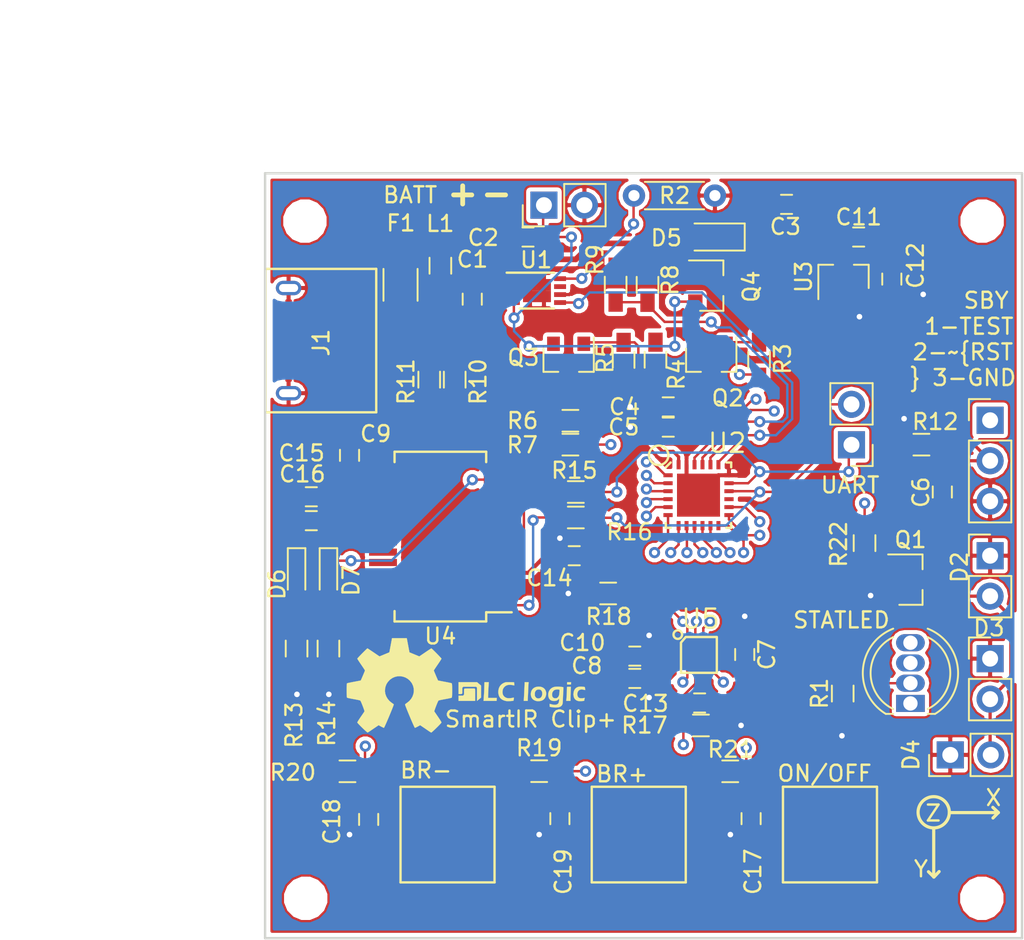
<source format=kicad_pcb>
(kicad_pcb (version 4) (host pcbnew 4.0.6)
  (layers (0 Top_Copper signal) (1 Internal_1 signal hide) (2 Internal_2 signal hide) (31 Bottom_Copper signal hide) (35 F.Paste user) (37 F.SilkS user) (39 F.Mask user) (44 Edge.Cuts user))
  (net 0 "")
  (net 1 "Net-(BT1-Pad1)")
  (net 2 GND)
  (net 3 /USB_VCC)
  (net 4 VCC)
  (net 5 +2V5)
  (net 6 /SBWTDIO/RST)
  (net 7 "Net-(C9-Pad1)")
  (net 8 "Net-(C13-Pad1)")
  (net 9 /ON/OFF_SW)
  (net 10 /BRIGHT+_SW)
  (net 11 /BRIGHT-_SW)
  (net 12 /DISP_LED_R)
  (net 13 "Net-(D1-Pad2)")
  (net 14 /DISP_LED_G)
  (net 15 /DISP_LED_B)
  (net 16 "Net-(D2-Pad2)")
  (net 17 "Net-(D6-Pad1)")
  (net 18 "Net-(D6-Pad2)")
  (net 19 "Net-(D7-Pad1)")
  (net 20 "Net-(D7-Pad2)")
  (net 21 "Net-(J2-Pad1)")
  (net 22 "Net-(J2-Pad2)")
  (net 23 "Net-(R2-Pad1)")
  (net 24 /BATTERY_SENSE_EN)
  (net 25 "Net-(Q2-Pad1)")
  (net 26 "Net-(Q3-Pad1)")
  (net 27 /BATTERY_SENSE)
  (net 28 /USB_IN_SENSE)
  (net 29 /USB_D-)
  (net 30 /USB_D+)
  (net 31 /UART_TX)
  (net 32 /UART_RX)
  (net 33 /XL_SDA)
  (net 34 /XL_SCL)
  (net 35 /CHARGE_STAT)
  (net 36 "Net-(U1-Pad7)")
  (net 37 /IR_LED_CONTROL)
  (net 38 /INT_1_XL)
  (net 39 /INT_MAG/DRDY)
  (net 40 "Net-(U4-Pad2)")
  (net 41 "Net-(U4-Pad3)")
  (net 42 "Net-(U4-Pad6)")
  (net 43 "Net-(U4-Pad9)")
  (net 44 "Net-(U4-Pad10)")
  (net 45 "Net-(U4-Pad11)")
  (net 46 "Net-(U4-Pad12)")
  (net 47 "Net-(U4-Pad14)")
  (net 48 "Net-(U4-Pad23)")
  (net 49 "Net-(U4-Pad27)")
  (net 50 "Net-(U4-Pad28)")
  (net 51 "Net-(Q2-Pad3)")
  (net 52 "Net-(Q3-Pad3)")
  (net 53 "Net-(Q1-Pad1)")
  (net 54 "Net-(C6-Pad1)")
  (net 55 /INT_2_XL)
  (net 56 "Net-(U2-Pad15)")
  (module Mounting_Holes:MountingHole_2.2mm_M2 (layer Top_Copper) (at 69.5 62)
    (fp_text reference "" (at 0 -3.2) (layer F.SilkS))
    (fp_text value MountingHole_2.2mm_M2)
    (pad 1 np_thru_hole circle (at 0 0) (size 2.2 2.2) (drill 2.2) (layers *.Cu *.Mask))
  )
  (module Mounting_Holes:MountingHole_2.2mm_M2 (layer Top_Copper) (at 111.98 104.5)
    (fp_text reference "" (at 0 -3.2) (layer F.SilkS))
    (fp_text value MountingHole_2.2mm_M2)
    (pad 1 np_thru_hole circle (at 0 0) (size 2.2 2.2) (drill 2.2) (layers *.Cu *.Mask))
  )
  (module Mounting_Holes:MountingHole_2.2mm_M2 (layer Top_Copper) (at 69.55 104.5)
    (fp_text reference "" (at 0 -3.2) (layer F.SilkS))
    (fp_text value MountingHole_2.2mm_M2)
    (pad 1 np_thru_hole circle (at 0 0) (size 2.2 2.2) (drill 2.2) (layers *.Cu *.Mask))
  )
  (module Pin_Headers:Pin_Header_Straight_1x02_Pitch2.54mm (layer Top_Copper) (at 84.5 61 90)
    (fp_text reference BATT (at 0.64 -8.4 180) (layer F.SilkS))
    (fp_text value Battery_Cell)
    (pad 1 thru_hole rect (at 0 0 90) (size 1.7 1.7) (drill 1) (layers *.Cu *.Mask) (net 1 "Net-(BT1-Pad1)"))
    (pad 2 thru_hole oval (at 0 2.54 90) (size 1.7 1.7) (drill 1) (layers *.Cu *.Mask) (net 2 GND))
  )
  (module Capacitors_SMD:C_0603_HandSoldering (layer Top_Copper) (at 80 66.9 270)
    (fp_text reference C1 (at -2.5 -0.01 360) (layer F.SilkS))
    (fp_text value 4.7u)
    (pad 1 smd rect (at -0.95 0 270) (size 1.2 0.75) (layers Top_Copper F.Paste F.Mask) (net 3 /USB_VCC))
    (pad 2 smd rect (at 0.95 0 270) (size 1.2 0.75) (layers Top_Copper F.Paste F.Mask) (net 2 GND))
  )
  (module Capacitors_SMD:C_0603_HandSoldering (layer Top_Copper) (at 83.5 63 180)
    (fp_text reference C2 (at 2.81 -0.04 180) (layer F.SilkS))
    (fp_text value 4.7u)
    (pad 1 smd rect (at -0.95 0 180) (size 1.2 0.75) (layers Top_Copper F.Paste F.Mask) (net 1 "Net-(BT1-Pad1)"))
    (pad 2 smd rect (at 0.95 0 180) (size 1.2 0.75) (layers Top_Copper F.Paste F.Mask) (net 2 GND))
  )
  (module Capacitors_SMD:C_0603_HandSoldering (layer Top_Copper) (at 99.725 60.95)
    (fp_text reference C3 (at -0.075 1.4) (layer F.SilkS))
    (fp_text value 1u)
    (pad 1 smd rect (at -0.95 0) (size 1.2 0.75) (layers Top_Copper F.Paste F.Mask) (net 4 VCC))
    (pad 2 smd rect (at 0.95 0) (size 1.2 0.75) (layers Top_Copper F.Paste F.Mask) (net 2 GND))
  )
  (module Capacitors_SMD:C_0603_HandSoldering (layer Top_Copper) (at 92.3 73.66 180)
    (fp_text reference C4 (at 2.74 0 180) (layer F.SilkS))
    (fp_text value 100n)
    (pad 1 smd rect (at -0.95 0 180) (size 1.2 0.75) (layers Top_Copper F.Paste F.Mask) (net 2 GND))
    (pad 2 smd rect (at 0.95 0 180) (size 1.2 0.75) (layers Top_Copper F.Paste F.Mask) (net 5 +2V5))
  )
  (module Capacitors_SMD:C_0603_HandSoldering (layer Top_Copper) (at 92.3 74.93 180)
    (fp_text reference C5 (at 2.79 0 180) (layer F.SilkS))
    (fp_text value 10u)
    (pad 1 smd rect (at -0.95 0 180) (size 1.2 0.75) (layers Top_Copper F.Paste F.Mask) (net 2 GND))
    (pad 2 smd rect (at 0.95 0 180) (size 1.2 0.75) (layers Top_Copper F.Paste F.Mask) (net 5 +2V5))
  )
  (module Capacitors_SMD:C_0603_HandSoldering (layer Top_Copper) (at 109.5 79 270)
    (fp_text reference C6 (at 0.02 1.34 270) (layer F.SilkS))
    (fp_text value 1n)
    (pad 1 smd rect (at -0.95 0 270) (size 1.2 0.75) (layers Top_Copper F.Paste F.Mask) (net 54 "Net-(C6-Pad1)"))
    (pad 2 smd rect (at 0.95 0 270) (size 1.2 0.75) (layers Top_Copper F.Paste F.Mask) (net 2 GND))
  )
  (module Capacitors_SMD:C_0603_HandSoldering (layer Top_Copper) (at 97.1 89.2 270)
    (fp_text reference C7 (at 0 -1.39 270) (layer F.SilkS))
    (fp_text value 100n)
    (pad 1 smd rect (at -0.95 0 270) (size 1.2 0.75) (layers Top_Copper F.Paste F.Mask) (net 5 +2V5))
    (pad 2 smd rect (at 0.95 0 270) (size 1.2 0.75) (layers Top_Copper F.Paste F.Mask) (net 2 GND))
  )
  (module Capacitors_SMD:C_0603_HandSoldering (layer Top_Copper) (at 90.2 90.7 180)
    (fp_text reference C8 (at 3.01 0.79 180) (layer F.SilkS))
    (fp_text value 100n)
    (pad 1 smd rect (at -0.95 0 180) (size 1.2 0.75) (layers Top_Copper F.Paste F.Mask) (net 5 +2V5))
    (pad 2 smd rect (at 0.95 0 180) (size 1.2 0.75) (layers Top_Copper F.Paste F.Mask) (net 2 GND))
  )
  (module Capacitors_SMD:C_0603_HandSoldering (layer Top_Copper) (at 72.3 76.7 90)
    (fp_text reference C9 (at 1.35 1.64 180) (layer F.SilkS))
    (fp_text value 100n)
    (pad 1 smd rect (at -0.95 0 90) (size 1.2 0.75) (layers Top_Copper F.Paste F.Mask) (net 7 "Net-(C9-Pad1)"))
    (pad 2 smd rect (at 0.95 0 90) (size 1.2 0.75) (layers Top_Copper F.Paste F.Mask) (net 2 GND))
  )
  (module Capacitors_SMD:C_0603_HandSoldering (layer Top_Copper) (at 90.2 89.3 180)
    (fp_text reference C10 (at 3.29 0.84 180) (layer F.SilkS))
    (fp_text value 10u)
    (pad 1 smd rect (at -0.95 0 180) (size 1.2 0.75) (layers Top_Copper F.Paste F.Mask) (net 5 +2V5))
    (pad 2 smd rect (at 0.95 0 180) (size 1.2 0.75) (layers Top_Copper F.Paste F.Mask) (net 2 GND))
  )
  (module Capacitors_SMD:C_0603_HandSoldering (layer Top_Copper) (at 104.25 63)
    (fp_text reference C11 (at 0 -1.25) (layer F.SilkS))
    (fp_text value 1u)
    (pad 1 smd rect (at -0.95 0) (size 1.2 0.75) (layers Top_Copper F.Paste F.Mask) (net 4 VCC))
    (pad 2 smd rect (at 0.95 0) (size 1.2 0.75) (layers Top_Copper F.Paste F.Mask) (net 2 GND))
  )
  (module Capacitors_SMD:C_0603_HandSoldering (layer Top_Copper) (at 106.33 65.64 90)
    (fp_text reference C12 (at 0.85 1.49 90) (layer F.SilkS))
    (fp_text value 1u)
    (pad 1 smd rect (at -0.95 0 90) (size 1.2 0.75) (layers Top_Copper F.Paste F.Mask) (net 5 +2V5))
    (pad 2 smd rect (at 0.95 0 90) (size 1.2 0.75) (layers Top_Copper F.Paste F.Mask) (net 2 GND))
  )
  (module Capacitors_SMD:C_0603_HandSoldering (layer Top_Copper) (at 94.27 92.24)
    (fp_text reference C13 (at -3.4 0.04) (layer F.SilkS))
    (fp_text value 220n)
    (pad 1 smd rect (at -0.95 0) (size 1.2 0.75) (layers Top_Copper F.Paste F.Mask) (net 8 "Net-(C13-Pad1)"))
    (pad 2 smd rect (at 0.95 0) (size 1.2 0.75) (layers Top_Copper F.Paste F.Mask) (net 2 GND))
  )
  (module Capacitors_SMD:C_0603_HandSoldering (layer Top_Copper) (at 86.4 83 180)
    (fp_text reference C14 (at 1.56 -1.4 180) (layer F.SilkS))
    (fp_text value 100n)
    (pad 1 smd rect (at -0.95 0 180) (size 1.2 0.75) (layers Top_Copper F.Paste F.Mask) (net 2 GND))
    (pad 2 smd rect (at 0.95 0 180) (size 1.2 0.75) (layers Top_Copper F.Paste F.Mask) (net 5 +2V5))
  )
  (module Capacitors_SMD:C_0603_HandSoldering (layer Top_Copper) (at 69.9 79.3 180)
    (fp_text reference C15 (at 0.61 2.74 180) (layer F.SilkS))
    (fp_text value 10u)
    (pad 1 smd rect (at -0.95 0 180) (size 1.2 0.75) (layers Top_Copper F.Paste F.Mask) (net 3 /USB_VCC))
    (pad 2 smd rect (at 0.95 0 180) (size 1.2 0.75) (layers Top_Copper F.Paste F.Mask) (net 2 GND))
  )
  (module Capacitors_SMD:C_0603_HandSoldering (layer Top_Copper) (at 69.9 80.8 180)
    (fp_text reference C16 (at 0.56 2.92 360) (layer F.SilkS))
    (fp_text value 100n)
    (pad 1 smd rect (at -0.95 0 180) (size 1.2 0.75) (layers Top_Copper F.Paste F.Mask) (net 3 /USB_VCC))
    (pad 2 smd rect (at 0.95 0 180) (size 1.2 0.75) (layers Top_Copper F.Paste F.Mask) (net 2 GND))
  )
  (module Capacitors_SMD:C_0603_HandSoldering (layer Top_Copper) (at 97.5 99.5 90)
    (fp_text reference C17 (at -3.33 0.12 90) (layer F.SilkS))
    (fp_text value 470n)
    (pad 1 smd rect (at -0.95 0 90) (size 1.2 0.75) (layers Top_Copper F.Paste F.Mask) (net 5 +2V5))
    (pad 2 smd rect (at 0.95 0 90) (size 1.2 0.75) (layers Top_Copper F.Paste F.Mask) (net 9 /ON/OFF_SW))
  )
  (module Capacitors_SMD:C_0603_HandSoldering (layer Top_Copper) (at 73.5 99.55 90)
    (fp_text reference C18 (at -0.13 -2.31 90) (layer F.SilkS))
    (fp_text value 470n)
    (pad 1 smd rect (at -0.95 0 90) (size 1.2 0.75) (layers Top_Copper F.Paste F.Mask) (net 5 +2V5))
    (pad 2 smd rect (at 0.95 0 90) (size 1.2 0.75) (layers Top_Copper F.Paste F.Mask) (net 10 /BRIGHT+_SW))
  )
  (module Capacitors_SMD:C_0603_HandSoldering (layer Top_Copper) (at 85.5 99.5 90)
    (fp_text reference C19 (at -3.33 0.21 90) (layer F.SilkS))
    (fp_text value 470n)
    (pad 1 smd rect (at -0.95 0 90) (size 1.2 0.75) (layers Top_Copper F.Paste F.Mask) (net 5 +2V5))
    (pad 2 smd rect (at 0.95 0 90) (size 1.2 0.75) (layers Top_Copper F.Paste F.Mask) (net 11 /BRIGHT-_SW))
  )
  (module LEDs:LED_D5.0mm-4 (layer Top_Copper) (at 107.5 92.27 90)
    (fp_text reference STATLED (at 5.23 -4.33 180) (layer F.SilkS))
    (fp_text value LED_RAGB)
    (pad 1 thru_hole rect (at 0 0 90) (size 1.07 1.8) (drill 0.9) (layers *.Cu *.Mask) (net 12 /DISP_LED_R))
    (pad 2 thru_hole oval (at 1.27 0 90) (size 1.07 1.8) (drill 0.9) (layers *.Cu *.Mask) (net 13 "Net-(D1-Pad2)"))
    (pad 3 thru_hole oval (at 2.54 0 90) (size 1.07 1.8) (drill 0.9) (layers *.Cu *.Mask) (net 14 /DISP_LED_G))
    (pad 4 thru_hole oval (at 3.81 0 90) (size 1.07 1.8) (drill 0.9) (layers *.Cu *.Mask) (net 15 /DISP_LED_B))
  )
  (module Pin_Headers:Pin_Header_Straight_1x02_Pitch2.54mm (layer Top_Copper) (at 112.5 83)
    (fp_text reference D2 (at -1.92 0.72 90) (layer F.SilkS))
    (fp_text value LED)
    (pad 1 thru_hole rect (at 0 0) (size 1.7 1.7) (drill 1) (layers *.Cu *.Mask) (net 2 GND))
    (pad 2 thru_hole oval (at 0 2.54) (size 1.7 1.7) (drill 1) (layers *.Cu *.Mask) (net 16 "Net-(D2-Pad2)"))
  )
  (module Pin_Headers:Pin_Header_Straight_1x02_Pitch2.54mm (layer Top_Copper) (at 112.5 89.46)
    (fp_text reference D3 (at -0.07 -1.92) (layer F.SilkS))
    (fp_text value LED)
    (pad 1 thru_hole rect (at 0 0) (size 1.7 1.7) (drill 1) (layers *.Cu *.Mask) (net 2 GND))
    (pad 2 thru_hole oval (at 0 2.54) (size 1.7 1.7) (drill 1) (layers *.Cu *.Mask) (net 16 "Net-(D2-Pad2)"))
  )
  (module Pin_Headers:Pin_Header_Straight_1x02_Pitch2.54mm (layer Top_Copper) (at 110 95.5 90)
    (fp_text reference D4 (at 0 -2.46 90) (layer F.SilkS))
    (fp_text value LED)
    (pad 1 thru_hole rect (at 0 0 90) (size 1.7 1.7) (drill 1) (layers *.Cu *.Mask) (net 2 GND))
    (pad 2 thru_hole oval (at 0 2.54 90) (size 1.7 1.7) (drill 1) (layers *.Cu *.Mask) (net 16 "Net-(D2-Pad2)"))
  )
  (module Diodes_SMD:D_SOD-323_HandSoldering (layer Top_Copper) (at 95.2 63 180)
    (fp_text reference D5 (at 3.02 -0.06 180) (layer F.SilkS))
    (fp_text value D_Schottky)
    (pad 1 smd rect (at -1.25 0 180) (size 1 1) (layers Top_Copper F.Paste F.Mask) (net 4 VCC))
    (pad 2 smd rect (at 1.25 0 180) (size 1 1) (layers Top_Copper F.Paste F.Mask) (net 3 /USB_VCC))
  )
  (module Resistors_SMD:R_1206_HandSoldering (layer Top_Copper) (at 75.5 66 270)
    (fp_text reference F1 (at -3.87 -0.02 360) (layer F.SilkS))
    (fp_text value 16v/500Ma)
    (pad 1 smd rect (at -2 0 270) (size 2 1.7) (layers Top_Copper F.Paste F.Mask) (net 3 /USB_VCC))
    (pad 2 smd rect (at 2 0 270) (size 2 1.7) (layers Top_Copper F.Paste F.Mask) (net 3 /USB_VCC))
  )
  (module smartIRClip:FCI_10118193_0001LF (layer Top_Copper) (at 68.475 69.5 270)
    (fp_text reference J1 (at 0.13 -2.045 270) (layer F.SilkS))
    (fp_text value USB_OTG)
    (pad 6 smd rect (at 1.2 0 270) (size 1.9 1.7) (layers Top_Copper F.Paste F.Mask) (net 2 GND))
    (pad 6 smd rect (at -1.2 0 270) (size 1.9 1.7) (layers Top_Copper F.Paste F.Mask) (net 2 GND))
    (pad 3 smd rect (at 0 -4.025 270) (size 0.4 1.35) (layers Top_Copper F.Paste F.Mask) (net 30 /USB_D+))
    (pad 1 smd rect (at -1.3 -4.025 270) (size 0.4 1.35) (layers Top_Copper F.Paste F.Mask) (net 3 /USB_VCC))
    (pad 2 smd rect (at -0.65 -4.025 270) (size 0.4 1.35) (layers Top_Copper F.Paste F.Mask) (net 29 /USB_D-))
    (pad 4 smd rect (at 0.65 -4.025 270) (size 0.4 1.35) (layers Top_Copper F.Paste F.Mask) (net 2 GND))
    (pad 5 smd rect (at 1.3 -4.025 270) (size 0.4 1.35) (layers Top_Copper F.Paste F.Mask) (net 2 GND))
    (pad 6 smd rect (at -3.2 -3.775 270) (size 1.6 1.4) (layers Top_Copper F.Paste F.Mask) (net 2 GND))
    (pad 6 smd rect (at 3.2 -3.775 270) (size 1.6 1.4) (layers Top_Copper F.Paste F.Mask) (net 2 GND))
    (pad 6 thru_hole oval (at -3.3 0 270) (size 0.9 1.6) (drill oval 0.5 1.2) (layers *.Cu *.Mask) (net 2 GND))
    (pad 6 thru_hole oval (at 3.3 0 270) (size 0.9 1.6) (drill oval 0.5 1.2) (layers *.Cu *.Mask) (net 2 GND))
  )
  (module Pin_Headers:Pin_Header_Straight_1x02_Pitch2.54mm (layer Top_Copper) (at 103.8 76.04 180)
    (fp_text reference UART (at 0.09 -2.53 180) (layer F.SilkS))
    (fp_text value UART)
    (pad 1 thru_hole rect (at 0 0 180) (size 1.7 1.7) (drill 1) (layers *.Cu *.Mask) (net 21 "Net-(J2-Pad1)"))
    (pad 2 thru_hole oval (at 0 2.54 180) (size 1.7 1.7) (drill 1) (layers *.Cu *.Mask) (net 22 "Net-(J2-Pad2)"))
  )
  (module Pin_Headers:Pin_Header_Straight_1x03_Pitch2.54mm (layer Top_Copper) (at 112.5 74.5)
    (fp_text reference SBY (at -0.25 -7.52) (layer F.SilkS))
    (fp_text value SPYBYWIRE)
    (pad 1 thru_hole rect (at 0 0) (size 1.7 1.7) (drill 1) (layers *.Cu *.Mask) (net 6 /SBWTDIO/RST))
    (pad 2 thru_hole oval (at 0 2.54) (size 1.7 1.7) (drill 1) (layers *.Cu *.Mask) (net 54 "Net-(C6-Pad1)"))
    (pad 3 thru_hole oval (at 0 5.08) (size 1.7 1.7) (drill 1) (layers *.Cu *.Mask) (net 2 GND))
  )
  (module Inductors_SMD:L_0603_HandSoldering (layer Top_Copper) (at 78 64.8 90)
    (fp_text reference L1 (at 2.64 -0.01 180) (layer F.SilkS))
    (fp_text value 300m)
    (pad 1 smd rect (at -1.1 0 90) (size 1.2 0.9) (layers Top_Copper F.Paste F.Mask) (net 3 /USB_VCC))
    (pad 2 smd rect (at 1.1 0 90) (size 1.2 0.9) (layers Top_Copper F.Paste F.Mask) (net 3 /USB_VCC))
  )
  (module Resistors_SMD:R_0603_HandSoldering (layer Top_Copper) (at 103.25 91.65 90)
    (fp_text reference R1 (at 0 -1.45 90) (layer F.SilkS))
    (fp_text value 20R)
    (pad 1 smd rect (at -1.1 0 90) (size 1.2 0.9) (layers Top_Copper F.Paste F.Mask) (net 5 +2V5))
    (pad 2 smd rect (at 1.1 0 90) (size 1.2 0.9) (layers Top_Copper F.Paste F.Mask) (net 13 "Net-(D1-Pad2)"))
  )
  (module Resistors_THT:R_Axial_DIN0204_L3.6mm_D1.6mm_P5.08mm_Horizontal (layer Top_Copper) (at 90.15 60.4)
    (fp_text reference R2 (at 2.55 0) (layer F.SilkS))
    (fp_text value 6250)
    (pad 1 thru_hole circle (at 0 0) (size 1.4 1.4) (drill 0.7) (layers *.Cu *.Mask) (net 23 "Net-(R2-Pad1)"))
    (pad 2 thru_hole oval (at 5.08 0) (size 1.4 1.4) (drill 0.7) (layers *.Cu *.Mask) (net 2 GND))
  )
  (module Resistors_SMD:R_0603_HandSoldering (layer Top_Copper) (at 98 70.7 90)
    (fp_text reference R3 (at 0.05 1.48 90) (layer F.SilkS))
    (fp_text value 10k)
    (pad 1 smd rect (at -1.1 0 90) (size 1.2 0.9) (layers Top_Copper F.Paste F.Mask) (net 24 /BATTERY_SENSE_EN))
    (pad 2 smd rect (at 1.1 0 90) (size 1.2 0.9) (layers Top_Copper F.Paste F.Mask) (net 25 "Net-(Q2-Pad1)"))
  )
  (module Resistors_SMD:R_0603_HandSoldering (layer Top_Copper) (at 91.5 70.7 270)
    (fp_text reference R4 (at 0.93 -1.31 450) (layer F.SilkS))
    (fp_text value 10k)
    (pad 1 smd rect (at -1.1 0 270) (size 1.2 0.9) (layers Top_Copper F.Paste F.Mask) (net 1 "Net-(BT1-Pad1)"))
    (pad 2 smd rect (at 1.1 0 270) (size 1.2 0.9) (layers Top_Copper F.Paste F.Mask) (net 26 "Net-(Q3-Pad1)"))
  )
  (module Resistors_SMD:R_0603_HandSoldering (layer Top_Copper) (at 89.5 70.71 270)
    (fp_text reference R5 (at -0.12 1.16 270) (layer F.SilkS))
    (fp_text value 10k)
    (pad 1 smd rect (at -1.1 0 270) (size 1.2 0.9) (layers Top_Copper F.Paste F.Mask) (net 26 "Net-(Q3-Pad1)"))
    (pad 2 smd rect (at 1.1 0 270) (size 1.2 0.9) (layers Top_Copper F.Paste F.Mask) (net 51 "Net-(Q2-Pad3)"))
  )
  (module Resistors_SMD:R_0603_HandSoldering (layer Top_Copper) (at 86.16 74.53)
    (fp_text reference R6 (at -3 0) (layer F.SilkS))
    (fp_text value 7.5k)
    (pad 1 smd rect (at -1.1 0) (size 1.2 0.9) (layers Top_Copper F.Paste F.Mask) (net 52 "Net-(Q3-Pad3)"))
    (pad 2 smd rect (at 1.1 0) (size 1.2 0.9) (layers Top_Copper F.Paste F.Mask) (net 27 /BATTERY_SENSE))
  )
  (module Resistors_SMD:R_0603_HandSoldering (layer Top_Copper) (at 86.16 76.03 180)
    (fp_text reference R7 (at 3.02 -0.02 180) (layer F.SilkS))
    (fp_text value 2.7k)
    (pad 1 smd rect (at -1.1 0 180) (size 1.2 0.9) (layers Top_Copper F.Paste F.Mask) (net 27 /BATTERY_SENSE))
    (pad 2 smd rect (at 1.1 0 180) (size 1.2 0.9) (layers Top_Copper F.Paste F.Mask) (net 2 GND))
  )
  (module Resistors_SMD:R_0603_HandSoldering (layer Top_Copper) (at 91 66 270)
    (fp_text reference R8 (at -0.3 -1.42 270) (layer F.SilkS))
    (fp_text value 10k)
    (pad 1 smd rect (at -1.1 0 270) (size 1.2 0.9) (layers Top_Copper F.Paste F.Mask) (net 3 /USB_VCC))
    (pad 2 smd rect (at 1.1 0 270) (size 1.2 0.9) (layers Top_Copper F.Paste F.Mask) (net 28 /USB_IN_SENSE))
  )
  (module Resistors_SMD:R_0603_HandSoldering (layer Top_Copper) (at 89 65.99 90)
    (fp_text reference R9 (at 1.56 -1.29 90) (layer F.SilkS))
    (fp_text value 10k)
    (pad 1 smd rect (at -1.1 0 90) (size 1.2 0.9) (layers Top_Copper F.Paste F.Mask) (net 28 /USB_IN_SENSE))
    (pad 2 smd rect (at 1.1 0 90) (size 1.2 0.9) (layers Top_Copper F.Paste F.Mask) (net 2 GND))
  )
  (module Resistors_SMD:R_0603_HandSoldering (layer Top_Copper) (at 78.9 71.95 270)
    (fp_text reference R10 (at 0.13 -1.47 450) (layer F.SilkS))
    (fp_text value 10k)
    (pad 1 smd rect (at -1.1 0 270) (size 1.2 0.9) (layers Top_Copper F.Paste F.Mask) (net 29 /USB_D-))
    (pad 2 smd rect (at 1.1 0 270) (size 1.2 0.9) (layers Top_Copper F.Paste F.Mask) (net 29 /USB_D-))
  )
  (module Resistors_SMD:R_0603_HandSoldering (layer Top_Copper) (at 77.3 71.95 270)
    (fp_text reference R11 (at 0.13 1.45 450) (layer F.SilkS))
    (fp_text value 10k)
    (pad 1 smd rect (at -1.1 0 270) (size 1.2 0.9) (layers Top_Copper F.Paste F.Mask) (net 30 /USB_D+))
    (pad 2 smd rect (at 1.1 0 270) (size 1.2 0.9) (layers Top_Copper F.Paste F.Mask) (net 30 /USB_D+))
  )
  (module Resistors_SMD:R_0603_HandSoldering (layer Top_Copper) (at 108.19 76.03 180)
    (fp_text reference R12 (at -0.87 1.44 180) (layer F.SilkS))
    (fp_text value 47k)
    (pad 1 smd rect (at -1.1 0 180) (size 1.2 0.9) (layers Top_Copper F.Paste F.Mask) (net 54 "Net-(C6-Pad1)"))
    (pad 2 smd rect (at 1.1 0 180) (size 1.2 0.9) (layers Top_Copper F.Paste F.Mask) (net 5 +2V5))
  )
  (module Resistors_SMD:R_0603_HandSoldering (layer Top_Copper) (at 68.976198 88.826768 270)
    (fp_text reference R13 (at 4.803232 0.156198 270) (layer F.SilkS))
    (fp_text value 20R)
    (pad 1 smd rect (at -1.1 0 270) (size 1.2 0.9) (layers Top_Copper F.Paste F.Mask) (net 18 "Net-(D6-Pad2)"))
    (pad 2 smd rect (at 1.1 0 270) (size 1.2 0.9) (layers Top_Copper F.Paste F.Mask) (net 5 +2V5))
  )
  (module Resistors_SMD:R_0603_HandSoldering (layer Top_Copper) (at 70.976198 88.826768 270)
    (fp_text reference R14 (at 4.703232 0.096198 270) (layer F.SilkS))
    (fp_text value 20R)
    (pad 1 smd rect (at -1.1 0 270) (size 1.2 0.9) (layers Top_Copper F.Paste F.Mask) (net 20 "Net-(D7-Pad2)"))
    (pad 2 smd rect (at 1.1 0 270) (size 1.2 0.9) (layers Top_Copper F.Paste F.Mask) (net 5 +2V5))
  )
  (module Resistors_SMD:R_0603_HandSoldering (layer Top_Copper) (at 86.5 79)
    (fp_text reference R15 (at -0.09 -1.35) (layer F.SilkS))
    (fp_text value 10k)
    (pad 1 smd rect (at -1.1 0) (size 1.2 0.9) (layers Top_Copper F.Paste F.Mask) (net 31 /UART_TX))
    (pad 2 smd rect (at 1.1 0) (size 1.2 0.9) (layers Top_Copper F.Paste F.Mask) (net 21 "Net-(J2-Pad1)"))
  )
  (module Resistors_SMD:R_0603_HandSoldering (layer Top_Copper) (at 86.5 80.6)
    (fp_text reference R16 (at 3.37 0.91) (layer F.SilkS))
    (fp_text value 10k)
    (pad 1 smd rect (at -1.1 0) (size 1.2 0.9) (layers Top_Copper F.Paste F.Mask) (net 32 /UART_RX))
    (pad 2 smd rect (at 1.1 0) (size 1.2 0.9) (layers Top_Copper F.Paste F.Mask) (net 22 "Net-(J2-Pad2)"))
  )
  (module Resistors_SMD:R_0603_HandSoldering (layer Top_Copper) (at 94.350398 93.65142 180)
    (fp_text reference R17 (at 3.540398 0.01142 180) (layer F.SilkS))
    (fp_text value 4.7k)
    (pad 1 smd rect (at -1.1 0 180) (size 1.2 0.9) (layers Top_Copper F.Paste F.Mask) (net 5 +2V5))
    (pad 2 smd rect (at 1.1 0 180) (size 1.2 0.9) (layers Top_Copper F.Paste F.Mask) (net 33 /XL_SDA))
  )
  (module Resistors_SMD:R_0603_HandSoldering (layer Top_Copper) (at 88.529602 85.36858)
    (fp_text reference R18 (at 0.030398 1.45142) (layer F.SilkS))
    (fp_text value 4.7k)
    (pad 1 smd rect (at -1.1 0) (size 1.2 0.9) (layers Top_Copper F.Paste F.Mask) (net 5 +2V5))
    (pad 2 smd rect (at 1.1 0) (size 1.2 0.9) (layers Top_Copper F.Paste F.Mask) (net 34 /XL_SCL))
  )
  (module Resistors_SMD:R_0603_HandSoldering (layer Top_Copper) (at 84.2 96.52)
    (fp_text reference R19 (at 0 -1.45) (layer F.SilkS))
    (fp_text value 47k)
    (pad 1 smd rect (at -1.1 0) (size 1.2 0.9) (layers Top_Copper F.Paste F.Mask) (net 2 GND))
    (pad 2 smd rect (at 1.1 0) (size 1.2 0.9) (layers Top_Copper F.Paste F.Mask) (net 11 /BRIGHT-_SW))
  )
  (module Resistors_SMD:R_0603_HandSoldering (layer Top_Copper) (at 72.17 96.53)
    (fp_text reference R20 (at -3.43 0.07) (layer F.SilkS))
    (fp_text value 47k)
    (pad 1 smd rect (at -1.1 0) (size 1.2 0.9) (layers Top_Copper F.Paste F.Mask) (net 2 GND))
    (pad 2 smd rect (at 1.1 0) (size 1.2 0.9) (layers Top_Copper F.Paste F.Mask) (net 10 /BRIGHT+_SW))
  )
  (module Resistors_SMD:R_0603_HandSoldering (layer Top_Copper) (at 96.19 96.53)
    (fp_text reference R21 (at 0.03 -1.37) (layer F.SilkS))
    (fp_text value 47k)
    (pad 1 smd rect (at -1.1 0) (size 1.2 0.9) (layers Top_Copper F.Paste F.Mask) (net 2 GND))
    (pad 2 smd rect (at 1.1 0) (size 1.2 0.9) (layers Top_Copper F.Paste F.Mask) (net 9 /ON/OFF_SW))
  )
  (module smartIRClip:SKPSACE010 (layer Top_Copper) (at 102.5 100.5)
    (fp_text reference ON/OFF (at -0.39 -3.84) (layer F.SilkS))
    (fp_text value ON/OFF)
    (pad 1 smd rect (at 3 0) (size 2 2) (layers Top_Copper F.Paste F.Mask) (net 9 /ON/OFF_SW))
    (pad 2 smd rect (at -3 0) (size 2 2) (layers Top_Copper F.Paste F.Mask) (net 5 +2V5))
  )
  (module smartIRClip:SKPSACE010 (layer Top_Copper) (at 78.5 100.5)
    (fp_text reference BR- (at -1.4 -4.04) (layer F.SilkS))
    (fp_text value BRIGHT+)
    (pad 1 smd rect (at 3 0) (size 2 2) (layers Top_Copper F.Paste F.Mask) (net 10 /BRIGHT+_SW))
    (pad 2 smd rect (at -3 0) (size 2 2) (layers Top_Copper F.Paste F.Mask) (net 5 +2V5))
  )
  (module smartIRClip:SKPSACE010 (layer Top_Copper) (at 90.5 100.5)
    (fp_text reference BR+ (at -1.1 -3.8) (layer F.SilkS))
    (fp_text value BRIGHT-)
    (pad 1 smd rect (at 3 0) (size 2 2) (layers Top_Copper F.Paste F.Mask) (net 11 /BRIGHT-_SW))
    (pad 2 smd rect (at -3 0) (size 2 2) (layers Top_Copper F.Paste F.Mask) (net 5 +2V5))
  )
  (module Housings_DFN_QFN:DFN-8-1EP_3x2mm_Pitch0.5mm (layer Top_Copper) (at 84.0625 66.3625)
    (fp_text reference U1 (at -0.0525 -1.9225) (layer F.SilkS))
    (fp_text value MCP73832)
    (pad 1 smd rect (at -1.45 -0.75) (size 0.75 0.3) (layers Top_Copper F.Paste F.Mask) (net 3 /USB_VCC))
    (pad 2 smd rect (at -1.45 -0.25) (size 0.75 0.3) (layers Top_Copper F.Paste F.Mask) (net 3 /USB_VCC))
    (pad 3 smd rect (at -1.45 0.25) (size 0.75 0.3) (layers Top_Copper F.Paste F.Mask) (net 1 "Net-(BT1-Pad1)"))
    (pad 4 smd rect (at -1.45 0.75) (size 0.75 0.3) (layers Top_Copper F.Paste F.Mask) (net 1 "Net-(BT1-Pad1)"))
    (pad 5 smd rect (at 1.45 0.75) (size 0.75 0.3) (layers Top_Copper F.Paste F.Mask) (net 35 /CHARGE_STAT))
    (pad 6 smd rect (at 1.45 0.25) (size 0.75 0.3) (layers Top_Copper F.Paste F.Mask) (net 2 GND))
    (pad 7 smd rect (at 1.45 -0.25) (size 0.75 0.3) (layers Top_Copper F.Paste F.Mask) (net 36 "Net-(U1-Pad7)"))
    (pad 8 smd rect (at 1.45 -0.75) (size 0.75 0.3) (layers Top_Copper F.Paste F.Mask) (net 23 "Net-(R2-Pad1)"))
    (pad 9 smd rect (at 0.4375 0.3625) (size 0.875 0.725) (layers Top_Copper F.Paste F.Mask) (net 2 GND))
    (pad 9 smd rect (at 0.4375 -0.3625) (size 0.875 0.725) (layers Top_Copper F.Paste F.Mask) (net 2 GND))
    (pad 9 smd rect (at -0.4375 0.3625) (size 0.875 0.725) (layers Top_Copper F.Paste F.Mask) (net 2 GND))
    (pad 9 smd rect (at -0.4375 -0.3625) (size 0.875 0.725) (layers Top_Copper F.Paste F.Mask) (net 2 GND))
  )
  (module Housings_SSOP:SSOP-28_5.3x10.2mm_Pitch0.65mm (layer Top_Copper) (at 78 81.8 180)
    (fp_text reference U4 (at 0 -6.25 180) (layer F.SilkS))
    (fp_text value FT232RL)
    (pad 1 smd rect (at -3.6 -4.225 180) (size 1.75 0.45) (layers Top_Copper F.Paste F.Mask) (net 32 /UART_RX))
    (pad 2 smd rect (at -3.6 -3.575 180) (size 1.75 0.45) (layers Top_Copper F.Paste F.Mask) (net 40 "Net-(U4-Pad2)"))
    (pad 3 smd rect (at -3.6 -2.925 180) (size 1.75 0.45) (layers Top_Copper F.Paste F.Mask) (net 41 "Net-(U4-Pad3)"))
    (pad 4 smd rect (at -3.6 -2.275 180) (size 1.75 0.45) (layers Top_Copper F.Paste F.Mask) (net 5 +2V5))
    (pad 5 smd rect (at -3.6 -1.625 180) (size 1.75 0.45) (layers Top_Copper F.Paste F.Mask) (net 31 /UART_TX))
    (pad 6 smd rect (at -3.6 -0.975 180) (size 1.75 0.45) (layers Top_Copper F.Paste F.Mask) (net 42 "Net-(U4-Pad6)"))
    (pad 7 smd rect (at -3.6 -0.325 180) (size 1.75 0.45) (layers Top_Copper F.Paste F.Mask) (net 2 GND))
    (pad 8 smd rect (at -3.6 0.325 180) (size 1.75 0.45) (layers Top_Copper F.Paste F.Mask))
    (pad 9 smd rect (at -3.6 0.975 180) (size 1.75 0.45) (layers Top_Copper F.Paste F.Mask) (net 43 "Net-(U4-Pad9)"))
    (pad 10 smd rect (at -3.6 1.625 180) (size 1.75 0.45) (layers Top_Copper F.Paste F.Mask) (net 44 "Net-(U4-Pad10)"))
    (pad 11 smd rect (at -3.6 2.275 180) (size 1.75 0.45) (layers Top_Copper F.Paste F.Mask) (net 45 "Net-(U4-Pad11)"))
    (pad 12 smd rect (at -3.6 2.925 180) (size 1.75 0.45) (layers Top_Copper F.Paste F.Mask) (net 46 "Net-(U4-Pad12)"))
    (pad 13 smd rect (at -3.6 3.575 180) (size 1.75 0.45) (layers Top_Copper F.Paste F.Mask) (net 19 "Net-(D7-Pad1)"))
    (pad 14 smd rect (at -3.6 4.225 180) (size 1.75 0.45) (layers Top_Copper F.Paste F.Mask) (net 47 "Net-(U4-Pad14)"))
    (pad 15 smd rect (at 3.6 4.225 180) (size 1.75 0.45) (layers Top_Copper F.Paste F.Mask) (net 30 /USB_D+))
    (pad 16 smd rect (at 3.6 3.575 180) (size 1.75 0.45) (layers Top_Copper F.Paste F.Mask) (net 29 /USB_D-))
    (pad 17 smd rect (at 3.6 2.925 180) (size 1.75 0.45) (layers Top_Copper F.Paste F.Mask) (net 7 "Net-(C9-Pad1)"))
    (pad 18 smd rect (at 3.6 2.275 180) (size 1.75 0.45) (layers Top_Copper F.Paste F.Mask) (net 2 GND))
    (pad 19 smd rect (at 3.6 1.625 180) (size 1.75 0.45) (layers Top_Copper F.Paste F.Mask) (net 2 GND))
    (pad 20 smd rect (at 3.6 0.975 180) (size 1.75 0.45) (layers Top_Copper F.Paste F.Mask) (net 3 /USB_VCC))
    (pad 21 smd rect (at 3.6 0.325 180) (size 1.75 0.45) (layers Top_Copper F.Paste F.Mask) (net 2 GND))
    (pad 22 smd rect (at 3.6 -0.325 180) (size 1.75 0.45) (layers Top_Copper F.Paste F.Mask) (net 17 "Net-(D6-Pad1)"))
    (pad 23 smd rect (at 3.6 -0.975 180) (size 1.75 0.45) (layers Top_Copper F.Paste F.Mask) (net 48 "Net-(U4-Pad23)"))
    (pad 24 smd rect (at 3.6 -1.625 180) (size 1.75 0.45) (layers Top_Copper F.Paste F.Mask))
    (pad 25 smd rect (at 3.6 -2.275 180) (size 1.75 0.45) (layers Top_Copper F.Paste F.Mask) (net 2 GND))
    (pad 26 smd rect (at 3.6 -2.925 180) (size 1.75 0.45) (layers Top_Copper F.Paste F.Mask) (net 2 GND))
    (pad 27 smd rect (at 3.6 -3.575 180) (size 1.75 0.45) (layers Top_Copper F.Paste F.Mask) (net 49 "Net-(U4-Pad27)"))
    (pad 28 smd rect (at 3.6 -4.225 180) (size 1.75 0.45) (layers Top_Copper F.Paste F.Mask) (net 50 "Net-(U4-Pad28)"))
  )
  (module smartIRClip:LSM303AGRTR (layer Top_Copper) (at 94.25 89.25)
    (fp_text reference U5 (at 0.08 -2.28) (layer F.SilkS) (effects (font (size 1.2 1.2))))
    (fp_text value LSM303AGRTR)
    (pad 1 smd rect (at -0.75 -0.75) (size 0.3 0.3) (layers Top_Copper F.Paste F.Mask) (net 34 /XL_SCL))
    (pad 2 smd rect (at -0.75 -0.25) (size 0.3 0.3) (layers Top_Copper F.Paste F.Mask) (net 5 +2V5))
    (pad 3 smd rect (at -0.75 0.25) (size 0.3 0.3) (layers Top_Copper F.Paste F.Mask) (net 5 +2V5))
    (pad 4 smd rect (at -0.75 0.75) (size 0.3 0.3) (layers Top_Copper F.Paste F.Mask) (net 33 /XL_SDA))
    (pad 12 smd rect (at -0.25 -0.75) (size 0.3 0.3) (layers Top_Copper F.Paste F.Mask) (net 38 /INT_1_XL))
    (pad 5 smd rect (at -0.25 0.75) (size 0.3 0.3) (layers Top_Copper F.Paste F.Mask) (net 8 "Net-(C13-Pad1)"))
    (pad 11 smd rect (at 0.25 -0.75) (size 0.3 0.3) (layers Top_Copper F.Paste F.Mask) (net 55 /INT_2_XL))
    (pad 6 smd rect (at 0.25 0.75) (size 0.3 0.3) (layers Top_Copper F.Paste F.Mask) (net 2 GND))
    (pad 10 smd rect (at 0.75 -0.75) (size 0.3 0.3) (layers Top_Copper F.Paste F.Mask) (net 5 +2V5))
    (pad 9 smd rect (at 0.75 -0.25) (size 0.3 0.3) (layers Top_Copper F.Paste F.Mask) (net 5 +2V5))
    (pad 8 smd rect (at 0.75 0.25) (size 0.3 0.3) (layers Top_Copper F.Paste F.Mask) (net 2 GND))
    (pad 7 smd rect (at 0.75 0.75) (size 0.3 0.3) (layers Top_Copper F.Paste F.Mask) (net 39 /INT_MAG/DRDY))
  )
  (module Resistors_SMD:R_0603_HandSoldering (layer Top_Copper) (at 104.62 82.21 270)
    (fp_text reference R22 (at 0.07 1.62 270) (layer F.SilkS))
    (fp_text value 20R)
    (pad 1 smd rect (at -1.1 0 270) (size 1.2 0.9) (layers Top_Copper F.Paste F.Mask) (net 37 /IR_LED_CONTROL))
    (pad 2 smd rect (at 1.1 0 270) (size 1.2 0.9) (layers Top_Copper F.Paste F.Mask) (net 53 "Net-(Q1-Pad1)"))
  )
  (module TO_SOT_Packages_SMD:SOT-23 (layer Top_Copper) (at 107.5 84.5)
    (fp_text reference Q1 (at 0 -2.5) (layer F.SilkS))
    (fp_text value DMP1045U)
    (pad 1 smd rect (at -1 -0.95) (size 0.9 0.8) (layers Top_Copper F.Paste F.Mask) (net 53 "Net-(Q1-Pad1)"))
    (pad 2 smd rect (at -1 0.95) (size 0.9 0.8) (layers Top_Copper F.Paste F.Mask) (net 5 +2V5))
    (pad 3 smd rect (at 1 0) (size 0.9 0.8) (layers Top_Copper F.Paste F.Mask) (net 16 "Net-(D2-Pad2)"))
  )
  (module TO_SOT_Packages_SMD:SOT-23 (layer Top_Copper) (at 95 70.7 270)
    (fp_text reference Q2 (at 2.41 -1.03 360) (layer F.SilkS))
    (fp_text value BC817-40)
    (pad 1 smd rect (at -1 -0.95 270) (size 0.9 0.8) (layers Top_Copper F.Paste F.Mask) (net 25 "Net-(Q2-Pad1)"))
    (pad 2 smd rect (at -1 0.95 270) (size 0.9 0.8) (layers Top_Copper F.Paste F.Mask) (net 2 GND))
    (pad 3 smd rect (at 1 0 270) (size 0.9 0.8) (layers Top_Copper F.Paste F.Mask) (net 51 "Net-(Q2-Pad3)"))
  )
  (module TO_SOT_Packages_SMD:SOT-23 (layer Top_Copper) (at 86.05 70.7 270)
    (fp_text reference Q3 (at -0.14 2.84 360) (layer F.SilkS))
    (fp_text value BC807-40)
    (pad 1 smd rect (at -1 -0.95 270) (size 0.9 0.8) (layers Top_Copper F.Paste F.Mask) (net 26 "Net-(Q3-Pad1)"))
    (pad 2 smd rect (at -1 0.95 270) (size 0.9 0.8) (layers Top_Copper F.Paste F.Mask) (net 1 "Net-(BT1-Pad1)"))
    (pad 3 smd rect (at 1 0 270) (size 0.9 0.8) (layers Top_Copper F.Paste F.Mask) (net 52 "Net-(Q3-Pad3)"))
  )
  (module TO_SOT_Packages_SMD:SOT-23 (layer Top_Copper) (at 95 66.05)
    (fp_text reference Q4 (at 2.51 0.06 90) (layer F.SilkS))
    (fp_text value DMP1045U)
    (pad 1 smd rect (at -1 -0.95) (size 0.9 0.8) (layers Top_Copper F.Paste F.Mask) (net 3 /USB_VCC))
    (pad 2 smd rect (at -1 0.95) (size 0.9 0.8) (layers Top_Copper F.Paste F.Mask) (net 1 "Net-(BT1-Pad1)"))
    (pad 3 smd rect (at 1 0) (size 0.9 0.8) (layers Top_Copper F.Paste F.Mask) (net 4 VCC))
  )
  (module TO_SOT_Packages_SMD:SOT-23 (layer Top_Copper) (at 103.3 65.5 90)
    (fp_text reference U3 (at 0 -2.5 90) (layer F.SilkS))
    (fp_text value MCP1700T)
    (pad 1 smd rect (at -1 -0.95 90) (size 0.9 0.8) (layers Top_Copper F.Paste F.Mask) (net 2 GND))
    (pad 2 smd rect (at -1 0.95 90) (size 0.9 0.8) (layers Top_Copper F.Paste F.Mask) (net 5 +2V5))
    (pad 3 smd rect (at 1 0 90) (size 0.9 0.8) (layers Top_Copper F.Paste F.Mask) (net 4 VCC))
  )
  (module LEDs:LED_0603_HandSoldering (layer Top_Copper) (at 68.976198 84.326768 270)
    (fp_text reference D6 (at 0.463232 1.226198 270) (layer F.SilkS))
    (fp_text value LED)
    (pad 1 smd rect (at -1.1 0 270) (size 1.2 0.9) (layers Top_Copper F.Paste F.Mask) (net 17 "Net-(D6-Pad1)"))
    (pad 2 smd rect (at 1.1 0 270) (size 1.2 0.9) (layers Top_Copper F.Paste F.Mask) (net 18 "Net-(D6-Pad2)"))
  )
  (module LEDs:LED_0603_HandSoldering (layer Top_Copper) (at 70.976198 84.326768 270)
    (fp_text reference D7 (at 0.233232 -1.423802 270) (layer F.SilkS))
    (fp_text value LED)
    (pad 1 smd rect (at -1.1 0 270) (size 1.2 0.9) (layers Top_Copper F.Paste F.Mask) (net 19 "Net-(D7-Pad1)"))
    (pad 2 smd rect (at 1.1 0 270) (size 1.2 0.9) (layers Top_Copper F.Paste F.Mask) (net 20 "Net-(D7-Pad2)"))
  )
  (module Mounting_Holes:MountingHole_2.2mm_M2 (layer Top_Copper) (at 112 62)
    (fp_text reference "" (at 0 -3.2) (layer F.SilkS))
    (fp_text value MountingHole_2.2mm_M2)
    (pad 1 np_thru_hole circle (at 0 0) (size 2.2 2.2) (drill 2.2) (layers *.Cu *.Mask))
  )
  (module smartIRClip:MSP430FR2433 (layer Top_Copper) (at 94.2 79.2)
    (fp_text reference U2 (at 1.8 -3.27) (layer F.SilkS) (effects (font (size 1.2 1.2))))
    (fp_text value MSP430FR2433)
    (pad 1 smd rect (at -1.9125 -1.25 90) (size 0.25 0.58) (layers Top_Copper F.Paste F.Mask) (net 54 "Net-(C6-Pad1)"))
    (pad 2 smd rect (at -1.9125 -0.75 90) (size 0.25 0.58) (layers Top_Copper F.Paste F.Mask) (net 6 /SBWTDIO/RST))
    (pad 3 smd rect (at -1.9125 -0.25 90) (size 0.25 0.58) (layers Top_Copper F.Paste F.Mask) (net 14 /DISP_LED_G))
    (pad 4 smd rect (at -1.9125 0.25 90) (size 0.25 0.58) (layers Top_Copper F.Paste F.Mask) (net 12 /DISP_LED_R))
    (pad 5 smd rect (at -1.9125 0.75 90) (size 0.25 0.58) (layers Top_Copper F.Paste F.Mask) (net 15 /DISP_LED_B))
    (pad 6 smd rect (at -1.9125 1.25 90) (size 0.25 0.58) (layers Top_Copper F.Paste F.Mask) (net 9 /ON/OFF_SW))
    (pad 7 smd rect (at -1.25 1.9125) (size 0.25 0.58) (layers Top_Copper F.Paste F.Mask) (net 37 /IR_LED_CONTROL))
    (pad 8 smd rect (at -0.75 1.9125) (size 0.25 0.58) (layers Top_Copper F.Paste F.Mask) (net 27 /BATTERY_SENSE))
    (pad 9 smd rect (at -0.25 1.9125) (size 0.25 0.58) (layers Top_Copper F.Paste F.Mask) (net 33 /XL_SDA))
    (pad 10 smd rect (at 0.25 1.9125) (size 0.25 0.58) (layers Top_Copper F.Paste F.Mask) (net 34 /XL_SCL))
    (pad 11 smd rect (at 0.75 1.9125) (size 0.25 0.58) (layers Top_Copper F.Paste F.Mask) (net 38 /INT_1_XL))
    (pad 12 smd rect (at 1.25 1.9125) (size 0.25 0.58) (layers Top_Copper F.Paste F.Mask) (net 24 /BATTERY_SENSE_EN))
    (pad 13 smd rect (at 1.9125 1.25 90) (size 0.25 0.58) (layers Top_Copper F.Paste F.Mask) (net 39 /INT_MAG/DRDY))
    (pad 14 smd rect (at 1.9125 0.75 90) (size 0.25 0.58) (layers Top_Copper F.Paste F.Mask) (net 55 /INT_2_XL))
    (pad 15 smd rect (at 1.9125 0.25 90) (size 0.25 0.58) (layers Top_Copper F.Paste F.Mask) (net 56 "Net-(U2-Pad15)"))
    (pad 16 smd rect (at 1.9125 -0.25 90) (size 0.25 0.58) (layers Top_Copper F.Paste F.Mask) (net 22 "Net-(J2-Pad2)"))
    (pad 17 smd rect (at 1.9125 -0.75 90) (size 0.25 0.58) (layers Top_Copper F.Paste F.Mask) (net 21 "Net-(J2-Pad1)"))
    (pad 18 smd rect (at 1.9125 -1.25 90) (size 0.25 0.58) (layers Top_Copper F.Paste F.Mask) (net 2 GND))
    (pad 19 smd rect (at 1.25 -1.9125) (size 0.25 0.58) (layers Top_Copper F.Paste F.Mask) (net 35 /CHARGE_STAT))
    (pad 20 smd rect (at 0.75 -1.9125) (size 0.25 0.58) (layers Top_Copper F.Paste F.Mask) (net 28 /USB_IN_SENSE))
    (pad 21 smd rect (at 0.25 -1.9125) (size 0.25 0.58) (layers Top_Copper F.Paste F.Mask) (net 11 /BRIGHT-_SW))
    (pad 22 smd rect (at -0.25 -1.9125) (size 0.25 0.58) (layers Top_Copper F.Paste F.Mask) (net 10 /BRIGHT+_SW))
    (pad 23 smd rect (at -0.75 -1.9125) (size 0.25 0.58) (layers Top_Copper F.Paste F.Mask) (net 2 GND))
    (pad 24 smd rect (at -1.25 -1.9125) (size 0.25 0.58) (layers Top_Copper F.Paste F.Mask) (net 5 +2V5))
    (pad "" smd rect (at 0 0) (size 2.7 2.7) (layers Top_Copper F.Paste F.Mask) (net 2 GND))
  )
  (module InterNoC:lclogic_logo_small (layer Top_Copper) (at 83.11 91.73)
    (fp_text reference "" hide)
    (fp_text value "" hide)
  )
  (module Symbols:OSHW-Symbol_6.7x6mm_SilkScreen (layer Top_Copper) (at 75.42 91.15)
    (fp_text reference "" hide)
    (fp_text value "" hide)
  )
  (gr_line (start 108.97 103.16) (end 108.63 102.83) (layer F.SilkS) (width 0.2))
  (gr_line (start 108.97 103.17) (end 109.3 102.82) (layer F.SilkS) (width 0.2))
  (gr_line (start 113.01 99.12) (end 112.68 99.46) (layer F.SilkS) (width 0.2))
  (gr_line (start 113.02 99.12) (end 112.67 98.79) (layer F.SilkS) (width 0.2))
  (gr_text X (at 112.71 98.19) (layer F.SilkS) (effects (font (size 1 1))))
  (gr_text Y (at 108.16 102.66) (layer F.SilkS) (effects (font (size 1 1))))
  (gr_line (start 108.96 103.15) (end 108.96 100.09) (layer F.SilkS) (width 0.2))
  (gr_line (start 109.95 99.12) (end 113.01 99.12) (layer F.SilkS) (width 0.2))
  (gr_text Z (at 108.93 99.16) (layer F.SilkS) (effects (font (size 1 1))))
  (gr_circle (center 108.96 99.1) (end 109.58 99.86) (layer F.SilkS) (width 0.2))
  (gr_text - (at 81.52 60.25) (layer F.SilkS) (effects (font (size 1.5 1.5) (thickness 0.3))))
  (gr_text + (at 79.4 60.25) (layer F.SilkS) (effects (font (size 1.5 1.5) (thickness 0.3))))
  (gr_text "SmartIR Clip+" (at 83.67 93.26) (layer F.SilkS) (effects (font (size 1 1))))
  (gr_text " 1-TEST\n2-~RST\n 3-GND" (at 110.79 70.22) (layer F.SilkS) (effects (font (size 1 1))))
  (gr_line (start 67 107) (end 67 59) (layer Edge.Cuts) (width 0.15))
  (gr_line (start 114.5 107) (end 67 107) (layer Edge.Cuts) (width 0.15))
  (gr_line (start 114.5 59) (end 114.5 107) (layer Edge.Cuts) (width 0.15))
  (gr_line (start 67 59) (end 114.5 59) (layer Edge.Cuts) (width 0.15))
  (segment (start 84.45 63) (end 84.45 61.05) (width 0.1524) (layer Top_Copper) (net 1))
  (segment (start 84.45 61.05) (end 84.5 61) (width 0.1524) (layer Top_Copper) (net 1))
  (segment (start 92.71 67.056) (end 93.944 67.056) (width 0.1524) (layer Top_Copper) (net 1))
  (segment (start 93.944 67.056) (end 94 67) (width 0.1524) (layer Top_Copper) (net 1))
  (segment (start 92.71 69.85) (end 92.71 67.056) (width 0.1524) (layer Bottom_Copper) (net 1))
  (via (at 92.71 67.056) (size 0.7) (drill 0.35) (layers Top_Copper Bottom_Copper) (net 1))
  (segment (start 92.71 69.85) (end 91.75 69.85) (width 0.1524) (layer Top_Copper) (net 1))
  (segment (start 91.75 69.85) (end 91.5 69.6) (width 0.1524) (layer Top_Copper) (net 1))
  (segment (start 83.566 69.85) (end 92.71 69.85) (width 0.1524) (layer Bottom_Copper) (net 1))
  (via (at 92.71 69.85) (size 0.7) (drill 0.35) (layers Top_Copper Bottom_Copper) (net 1))
  (segment (start 83.566 69.85) (end 84.95 69.85) (width 0.1524) (layer Top_Copper) (net 1))
  (segment (start 84.95 69.85) (end 85.1 69.7) (width 0.1524) (layer Top_Copper) (net 1))
  (segment (start 82.625 68.075) (end 82.625 68.909) (width 0.1524) (layer Bottom_Copper) (net 1))
  (segment (start 82.625 68.909) (end 83.566 69.85) (width 0.1524) (layer Bottom_Copper) (net 1))
  (via (at 83.566 69.85) (size 0.7) (drill 0.35) (layers Top_Copper Bottom_Copper) (net 1))
  (segment (start 86.225 63) (end 84.45 63) (width 0.1524) (layer Top_Copper) (net 1))
  (segment (start 82.625 68.075) (end 86.225 64.475) (width 0.1524) (layer Bottom_Copper) (net 1))
  (segment (start 86.225 64.475) (end 86.225 63) (width 0.1524) (layer Bottom_Copper) (net 1))
  (via (at 86.225 63) (size 0.7) (drill 0.35) (layers Top_Copper Bottom_Copper) (net 1))
  (segment (start 82.6125 67.1125) (end 82.6125 68.0625) (width 0.1524) (layer Top_Copper) (net 1))
  (segment (start 82.6125 68.0625) (end 82.625 68.075) (width 0.1524) (layer Top_Copper) (net 1))
  (via (at 82.625 68.075) (size 0.7) (drill 0.35) (layers Top_Copper Bottom_Copper) (net 1))
  (segment (start 81.6 66.95) (end 81.7625 67.1125) (width 0.1524) (layer Top_Copper) (net 1))
  (segment (start 81.7625 67.1125) (end 82.6125 67.1125) (width 0.1524) (layer Top_Copper) (net 1))
  (segment (start 81.6 66.775) (end 81.6 66.95) (width 0.1524) (layer Top_Copper) (net 1))
  (segment (start 81.7625 66.6125) (end 81.6 66.775) (width 0.1524) (layer Top_Copper) (net 1))
  (segment (start 82.6125 66.6125) (end 81.7625 66.6125) (width 0.1524) (layer Top_Copper) (net 1))
  (segment (start 85.5125 66.6125) (end 86.0907 66.6125) (width 0.2032) (layer Top_Copper) (net 2))
  (segment (start 86.0907 66.6125) (end 86.3132 66.39) (width 0.2032) (layer Top_Copper) (net 2))
  (segment (start 93.25 74.93) (end 93.25 75.5082) (width 0.2032) (layer Top_Copper) (net 2))
  (segment (start 93.25 75.5082) (end 93.45 75.7082) (width 0.2032) (layer Top_Copper) (net 2))
  (segment (start 93.45 75.7082) (end 93.45 76.7943) (width 0.2032) (layer Top_Copper) (net 2))
  (segment (start 93.45 76.7943) (end 93.45 77.2875) (width 0.2032) (layer Top_Copper) (net 2))
  (segment (start 93.45 77.2875) (end 93.45 78.45) (width 0.254) (layer Top_Copper) (net 2))
  (segment (start 93.45 78.45) (end 94.2 79.2) (width 0.254) (layer Top_Copper) (net 2))
  (segment (start 96.1125 77.95) (end 95.45 77.95) (width 0.254) (layer Top_Copper) (net 2))
  (segment (start 95.45 77.95) (end 94.2 79.2) (width 0.254) (layer Top_Copper) (net 2))
  (segment (start 95 89.5) (end 95.7 89.5) (width 0.254) (layer Top_Copper) (net 2))
  (segment (start 94.5 90) (end 94.5 90.6) (width 0.254) (layer Top_Copper) (net 2))
  (segment (start 96.1125 77.95) (end 96.1125 77.2125) (width 0.254) (layer Top_Copper) (net 2))
  (segment (start 96.1125 77.95) (end 96.6565 77.95) (width 0.254) (layer Top_Copper) (net 2))
  (segment (start 96.6565 77.95) (end 96.7065 77.9) (width 0.254) (layer Top_Copper) (net 2))
  (segment (start 70.85 80.8) (end 74.375 80.8) (width 0.3556) (layer Top_Copper) (net 3))
  (segment (start 74.375 80.8) (end 74.4 80.825) (width 0.3556) (layer Top_Copper) (net 3))
  (segment (start 70.85 79.3) (end 70.85 80.8) (width 0.3556) (layer Top_Copper) (net 3))
  (segment (start 72.5 68.2) (end 71.4 68.2) (width 0.3556) (layer Top_Copper) (net 3))
  (segment (start 71.4 68.2) (end 70.85 68.75) (width 0.3556) (layer Top_Copper) (net 3))
  (segment (start 70.85 68.75) (end 70.85 79.3) (width 0.3556) (layer Top_Copper) (net 3))
  (segment (start 94 65.1) (end 94 63.05) (width 0.3556) (layer Top_Copper) (net 3))
  (segment (start 94 63.05) (end 93.95 63) (width 0.3556) (layer Top_Copper) (net 3))
  (segment (start 91 64.9) (end 93.8 64.9) (width 0.3556) (layer Top_Copper) (net 3))
  (segment (start 93.8 64.9) (end 94 65.1) (width 0.3556) (layer Top_Copper) (net 3))
  (segment (start 78 63.7) (end 79.7 63.7) (width 0.3556) (layer Top_Copper) (net 3))
  (segment (start 79.7 63.7) (end 80.4 64.4) (width 0.3556) (layer Top_Copper) (net 3))
  (segment (start 80.4 64.4) (end 86.5 64.4) (width 0.3556) (layer Top_Copper) (net 3))
  (segment (start 86.5 64.4) (end 87.5 63.4) (width 0.3556) (layer Top_Copper) (net 3))
  (segment (start 87.5 63.4) (end 90.7 63.4) (width 0.3556) (layer Top_Copper) (net 3))
  (segment (start 91 63.7) (end 91 64.9) (width 0.3556) (layer Top_Copper) (net 3))
  (segment (start 90.7 63.4) (end 91 63.7) (width 0.3556) (layer Top_Copper) (net 3))
  (segment (start 82.6125 66.1125) (end 80.1625 66.1125) (width 0.3556) (layer Top_Copper) (net 3))
  (segment (start 80.1625 66.1125) (end 80 65.95) (width 0.3556) (layer Top_Copper) (net 3))
  (segment (start 82.6125 65.6125) (end 80.3375 65.6125) (width 0.3556) (layer Top_Copper) (net 3))
  (segment (start 80.3375 65.6125) (end 80 65.95) (width 0.3556) (layer Top_Copper) (net 3))
  (segment (start 78 65.9) (end 79.95 65.9) (width 0.3556) (layer Top_Copper) (net 3))
  (segment (start 79.95 65.9) (end 80 65.95) (width 0.3556) (layer Top_Copper) (net 3))
  (segment (start 78 63.7) (end 78 65.9) (width 0.3556) (layer Top_Copper) (net 3))
  (segment (start 75.5 64) (end 77.7 64) (width 0.3556) (layer Top_Copper) (net 3))
  (segment (start 77.7 64) (end 78 63.7) (width 0.3556) (layer Top_Copper) (net 3))
  (segment (start 75.5 68) (end 75.5 64) (width 0.3556) (layer Top_Copper) (net 3))
  (segment (start 72.5 68.2) (end 75.3 68.2) (width 0.3556) (layer Top_Copper) (net 3))
  (segment (start 75.3 68.2) (end 75.5 68) (width 0.3556) (layer Top_Copper) (net 3))
  (segment (start 96.45 63) (end 96.45 62.1444) (width 0.3556) (layer Top_Copper) (net 4))
  (segment (start 96.45 62.1444) (end 97.6444 60.95) (width 0.3556) (layer Top_Copper) (net 4))
  (segment (start 97.6444 60.95) (end 97.8194 60.95) (width 0.3556) (layer Top_Copper) (net 4))
  (segment (start 97.8194 60.95) (end 98.775 60.95) (width 0.3556) (layer Top_Copper) (net 4))
  (segment (start 103.3 63) (end 103.3 64.5) (width 0.3556) (layer Top_Copper) (net 4))
  (segment (start 96.45 63) (end 103.3 63) (width 0.3556) (layer Top_Copper) (net 4))
  (segment (start 96 64.8) (end 96.45 64.35) (width 0.3556) (layer Top_Copper) (net 4))
  (segment (start 96.45 64.35) (end 96.45 63) (width 0.3556) (layer Top_Copper) (net 4))
  (segment (start 96 66.05) (end 96 64.8) (width 0.3556) (layer Top_Copper) (net 4))
  (segment (start 95.450398 93.65142) (end 96.86858 93.65142) (width 0.1524) (layer Top_Copper) (net 5))
  (segment (start 96.86858 93.65142) (end 96.87 93.65) (width 0.1524) (layer Top_Copper) (net 5))
  (via (at 89.916 74.93) (size 0.7) (drill 0.35) (layers Top_Copper Bottom_Copper) (net 5))
  (segment (start 91.35 74.93) (end 89.916 74.93) (width 0.2032) (layer Top_Copper) (net 5))
  (segment (start 91.35 73.66) (end 89.916 73.66) (width 0.2032) (layer Top_Copper) (net 5))
  (via (at 89.916 73.66) (size 0.7) (drill 0.35) (layers Top_Copper Bottom_Copper) (net 5))
  (segment (start 91.35 74.93) (end 91.35 73.66) (width 0.2032) (layer Top_Copper) (net 5))
  (segment (start 91.948 76.454) (end 91.35 75.856) (width 0.2032) (layer Top_Copper) (net 5))
  (segment (start 91.35 75.856) (end 91.35 74.93) (width 0.2032) (layer Top_Copper) (net 5))
  (segment (start 92.6097 76.454) (end 91.948 76.454) (width 0.2032) (layer Top_Copper) (net 5))
  (segment (start 92.95 77.2875) (end 92.95 76.7943) (width 0.2032) (layer Top_Copper) (net 5))
  (segment (start 92.95 76.7943) (end 92.6097 76.454) (width 0.2032) (layer Top_Copper) (net 5))
  (segment (start 97.5 100.45) (end 96.25 100.45) (width 0.254) (layer Top_Copper) (net 5))
  (segment (start 96.25 100.45) (end 96.2 100.5) (width 0.254) (layer Top_Copper) (net 5))
  (via (at 96.2 100.5) (size 0.7) (drill 0.35) (layers Top_Copper Bottom_Copper) (net 5))
  (segment (start 99.5 100.5) (end 97.55 100.5) (width 0.254) (layer Top_Copper) (net 5))
  (segment (start 97.55 100.5) (end 97.5 100.45) (width 0.254) (layer Top_Copper) (net 5))
  (segment (start 85.5 100.45) (end 84.25 100.45) (width 0.254) (layer Top_Copper) (net 5))
  (segment (start 84.25 100.45) (end 84.2 100.5) (width 0.254) (layer Top_Copper) (net 5))
  (via (at 84.2 100.5) (size 0.7) (drill 0.35) (layers Top_Copper Bottom_Copper) (net 5))
  (segment (start 87.5 100.5) (end 85.55 100.5) (width 0.254) (layer Top_Copper) (net 5))
  (segment (start 85.55 100.5) (end 85.5 100.45) (width 0.254) (layer Top_Copper) (net 5))
  (segment (start 73.5 100.5) (end 72.3 100.5) (width 0.254) (layer Top_Copper) (net 5))
  (via (at 72.3 100.5) (size 0.7) (drill 0.35) (layers Top_Copper Bottom_Copper) (net 5))
  (segment (start 75.5 100.5) (end 73.5 100.5) (width 0.254) (layer Top_Copper) (net 5))
  (segment (start 70.976198 89.926768) (end 70.976198 91.676198) (width 0.254) (layer Top_Copper) (net 5))
  (segment (start 70.976198 91.676198) (end 71 91.7) (width 0.254) (layer Top_Copper) (net 5))
  (via (at 71 91.7) (size 0.7) (drill 0.35) (layers Top_Copper Bottom_Copper) (net 5))
  (segment (start 68.976198 89.926768) (end 68.976198 91.676198) (width 0.254) (layer Top_Copper) (net 5))
  (segment (start 68.976198 91.676198) (end 69 91.7) (width 0.254) (layer Top_Copper) (net 5))
  (via (at 69 91.7) (size 0.7) (drill 0.35) (layers Top_Copper Bottom_Copper) (net 5))
  (segment (start 85.45 83) (end 85.45 81.95) (width 0.254) (layer Top_Copper) (net 5))
  (segment (start 85.45 81.95) (end 85.5 81.9) (width 0.254) (layer Top_Copper) (net 5))
  (via (at 85.5 81.9) (size 0.7) (drill 0.35) (layers Top_Copper Bottom_Copper) (net 5))
  (segment (start 85.45 83) (end 84.596 83) (width 0.254) (layer Top_Copper) (net 5))
  (segment (start 84.596 83) (end 83.521 84.075) (width 0.254) (layer Top_Copper) (net 5))
  (segment (start 83.521 84.075) (end 81.6 84.075) (width 0.254) (layer Top_Copper) (net 5))
  (segment (start 87.429602 85.36858) (end 86.029602 85.36858) (width 0.254) (layer Top_Copper) (net 5))
  (via (at 86.029602 85.36858) (size 0.7) (drill 0.35) (layers Top_Copper Bottom_Copper) (net 5))
  (via (at 96.87 93.65) (size 0.7) (drill 0.35) (layers Top_Copper Bottom_Copper) (net 5))
  (segment (start 91.15 90.7) (end 91.15 91.85) (width 0.254) (layer Top_Copper) (net 5))
  (segment (start 91.15 91.85) (end 91.1 91.9) (width 0.254) (layer Top_Copper) (net 5))
  (via (at 91.1 91.9) (size 0.7) (drill 0.35) (layers Top_Copper Bottom_Copper) (net 5))
  (segment (start 91.1 88) (end 91.1 88.494974) (width 0.254) (layer Bottom_Copper) (net 5))
  (segment (start 91.1 88.494974) (end 91.2 88.594974) (width 0.254) (layer Bottom_Copper) (net 5))
  (segment (start 91.15 89.3) (end 91.15 88.05) (width 0.254) (layer Top_Copper) (net 5))
  (segment (start 91.15 88.05) (end 91.1 88) (width 0.254) (layer Top_Copper) (net 5))
  (via (at 91.1 88) (size 0.7) (drill 0.35) (layers Top_Copper Bottom_Copper) (net 5))
  (segment (start 97.1 88.25) (end 97.1 86.8) (width 0.254) (layer Top_Copper) (net 5))
  (via (at 97.1 86.8) (size 0.7) (drill 0.35) (layers Top_Copper Bottom_Copper) (net 5))
  (segment (start 95.654 88.25) (end 96 88.25) (width 0.254) (layer Top_Copper) (net 5))
  (segment (start 96 88.25) (end 97.1 88.25) (width 0.254) (layer Top_Copper) (net 5))
  (segment (start 95 89) (end 95.7 89) (width 0.254) (layer Top_Copper) (net 5))
  (segment (start 95.7 89) (end 96 88.7) (width 0.254) (layer Top_Copper) (net 5))
  (segment (start 96 88.7) (end 96 88.25) (width 0.254) (layer Top_Copper) (net 5))
  (segment (start 95.404 88.5) (end 95.654 88.25) (width 0.254) (layer Top_Copper) (net 5))
  (segment (start 95 88.5) (end 95.404 88.5) (width 0.254) (layer Top_Copper) (net 5))
  (segment (start 92.7 90.4) (end 92.4 90.7) (width 0.254) (layer Top_Copper) (net 5))
  (segment (start 92.4 90.7) (end 91.15 90.7) (width 0.254) (layer Top_Copper) (net 5))
  (segment (start 92.7 89.896) (end 92.7 90.4) (width 0.254) (layer Top_Copper) (net 5))
  (segment (start 93.5 89.5) (end 93.096 89.5) (width 0.254) (layer Top_Copper) (net 5))
  (segment (start 93.096 89.5) (end 92.7 89.896) (width 0.254) (layer Top_Copper) (net 5))
  (segment (start 92.2 89.3) (end 92.5 89) (width 0.254) (layer Top_Copper) (net 5))
  (segment (start 92.5 89) (end 93.5 89) (width 0.254) (layer Top_Copper) (net 5))
  (segment (start 91.15 89.3) (end 92.2 89.3) (width 0.254) (layer Top_Copper) (net 5))
  (segment (start 103.25 92.75) (end 103.25 94.25) (width 0.254) (layer Top_Copper) (net 5))
  (segment (start 103.25 94.25) (end 103.2 94.3) (width 0.254) (layer Top_Copper) (net 5))
  (via (at 103.2 94.3) (size 0.7) (drill 0.35) (layers Top_Copper Bottom_Copper) (net 5))
  (segment (start 106.5 85.45) (end 105.05 85.45) (width 0.254) (layer Top_Copper) (net 5))
  (segment (start 105.05 85.45) (end 105 85.5) (width 0.254) (layer Top_Copper) (net 5))
  (via (at 105 85.5) (size 0.7) (drill 0.35) (layers Top_Copper Bottom_Copper) (net 5))
  (segment (start 107.09 76.03) (end 107.09 74.41) (width 0.3556) (layer Top_Copper) (net 5))
  (segment (start 107.09 74.41) (end 107.1 74.4) (width 0.3556) (layer Top_Copper) (net 5))
  (via (at 107.1 74.4) (size 0.7) (drill 0.35) (layers Top_Copper Bottom_Copper) (net 5))
  (segment (start 104.25 66.5) (end 104.25 67.95) (width 0.3556) (layer Top_Copper) (net 5))
  (segment (start 104.25 67.95) (end 104.3 68) (width 0.3556) (layer Top_Copper) (net 5))
  (via (at 104.3 68) (size 0.7) (drill 0.35) (layers Top_Copper Bottom_Copper) (net 5))
  (segment (start 106.33 66.59) (end 108.29 66.59) (width 0.3556) (layer Top_Copper) (net 5))
  (segment (start 108.29 66.59) (end 108.3 66.6) (width 0.3556) (layer Top_Copper) (net 5))
  (via (at 108.3 66.6) (size 0.7) (drill 0.35) (layers Top_Copper Bottom_Copper) (net 5))
  (segment (start 104.25 66.5) (end 106.24 66.5) (width 0.3556) (layer Top_Copper) (net 5))
  (segment (start 106.24 66.5) (end 106.33 66.59) (width 0.3556) (layer Top_Copper) (net 5))
  (segment (start 92.2875 78.45) (end 91.421209 78.45) (width 0.1524) (layer Top_Copper) (net 6))
  (segment (start 91.421209 78.45) (end 90.932 77.960791) (width 0.1524) (layer Top_Copper) (net 6))
  (via (at 90.932 77.960791) (size 0.7) (drill 0.35) (layers Top_Copper Bottom_Copper) (net 6))
  (segment (start 72.3 77.65) (end 72.3 77.875) (width 0.1524) (layer Top_Copper) (net 7))
  (segment (start 72.3 77.875) (end 73.3 78.875) (width 0.1524) (layer Top_Copper) (net 7))
  (segment (start 73.3 78.875) (end 73.3726 78.875) (width 0.1524) (layer Top_Copper) (net 7))
  (segment (start 73.3726 78.875) (end 74.4 78.875) (width 0.1524) (layer Top_Copper) (net 7))
  (segment (start 93.32 92.24) (end 93.32 91.7126) (width 0.1524) (layer Top_Copper) (net 8))
  (segment (start 93.32 91.7126) (end 94 91.0326) (width 0.1524) (layer Top_Copper) (net 8))
  (segment (start 94 91.0326) (end 94 90.3024) (width 0.1524) (layer Top_Copper) (net 8))
  (segment (start 94 90.3024) (end 94 90) (width 0.1524) (layer Top_Copper) (net 8))
  (segment (start 97.2 95.05) (end 97.2 96.44) (width 0.1524) (layer Top_Copper) (net 9))
  (segment (start 97.2 96.44) (end 97.29 96.53) (width 0.1524) (layer Top_Copper) (net 9))
  (via (at 97.2 95.05) (size 0.7) (drill 0.35) (layers Top_Copper Bottom_Copper) (net 9))
  (segment (start 92.2875 80.45) (end 92.2875 81.9565) (width 0.1524) (layer Top_Copper) (net 9))
  (segment (start 92.2875 81.9565) (end 91.44 82.804) (width 0.1524) (layer Top_Copper) (net 9))
  (via (at 91.44 82.804) (size 0.7) (drill 0.35) (layers Top_Copper Bottom_Copper) (net 9))
  (segment (start 97.5 98.55) (end 97.5 96.74) (width 0.2032) (layer Top_Copper) (net 9))
  (segment (start 97.5 96.74) (end 97.29 96.53) (width 0.2032) (layer Top_Copper) (net 9))
  (segment (start 97.5 98.55) (end 104.7532 98.55) (width 0.2032) (layer Top_Copper) (net 9))
  (segment (start 104.7532 98.55) (end 105.5 99.2968) (width 0.2032) (layer Top_Copper) (net 9))
  (segment (start 105.5 99.2968) (end 105.5 100.5) (width 0.2032) (layer Top_Copper) (net 9))
  (segment (start 97.518638 73.276462) (end 97.713538 73.276462) (width 0.1524) (layer Top_Copper) (net 10))
  (segment (start 97.713538 73.276462) (end 97.81 73.18) (width 0.1524) (layer Top_Copper) (net 10))
  (via (at 97.81 73.18) (size 0.7) (drill 0.35) (layers Top_Copper Bottom_Copper) (net 10))
  (segment (start 73.27 96.53) (end 73.27 94.97) (width 0.1524) (layer Top_Copper) (net 10))
  (segment (start 73.27 94.97) (end 73.29 94.95) (width 0.1524) (layer Top_Copper) (net 10))
  (via (at 73.29 94.95) (size 0.7) (drill 0.35) (layers Top_Copper Bottom_Copper) (net 10))
  (segment (start 97.061906 73.733194) (end 97.518638 73.276462) (width 0.1524) (layer Top_Copper) (net 10))
  (segment (start 93.95 77.2875) (end 93.95 76.8451) (width 0.1524) (layer Top_Copper) (net 10))
  (segment (start 93.95 76.8451) (end 97.061906 73.733194) (width 0.1524) (layer Top_Copper) (net 10))
  (segment (start 73.5 98.6) (end 80.8032 98.6) (width 0.2032) (layer Top_Copper) (net 10))
  (segment (start 80.8032 98.6) (end 81.5 99.2968) (width 0.2032) (layer Top_Copper) (net 10))
  (segment (start 81.5 99.2968) (end 81.5 100.5) (width 0.2032) (layer Top_Copper) (net 10))
  (segment (start 73.5 98.6) (end 73.5 96.76) (width 0.2032) (layer Top_Copper) (net 10))
  (segment (start 73.5 96.76) (end 73.27 96.53) (width 0.2032) (layer Top_Copper) (net 10))
  (segment (start 87.11 96.52) (end 86.615026 96.52) (width 0.1524) (layer Top_Copper) (net 11))
  (segment (start 86.615026 96.52) (end 85.3 96.52) (width 0.1524) (layer Top_Copper) (net 11))
  (via (at 87.11 96.52) (size 0.7) (drill 0.35) (layers Top_Copper Bottom_Copper) (net 11))
  (segment (start 97.1751 74.12) (end 97.440038 73.855062) (width 0.1524) (layer Top_Copper) (net 11))
  (segment (start 97.440038 73.855062) (end 98.885062 73.855062) (width 0.1524) (layer Top_Copper) (net 11))
  (segment (start 98.885062 73.855062) (end 98.95 73.92) (width 0.1524) (layer Top_Copper) (net 11))
  (via (at 98.95 73.92) (size 0.7) (drill 0.35) (layers Top_Copper Bottom_Copper) (net 11))
  (segment (start 94.45 77.2875) (end 94.45 76.8451) (width 0.1524) (layer Top_Copper) (net 11))
  (segment (start 94.45 76.8451) (end 97.1751 74.12) (width 0.1524) (layer Top_Copper) (net 11))
  (segment (start 85.5 98.55) (end 92.7532 98.55) (width 0.2032) (layer Top_Copper) (net 11))
  (segment (start 92.7532 98.55) (end 93.5 99.2968) (width 0.2032) (layer Top_Copper) (net 11))
  (segment (start 93.5 99.2968) (end 93.5 100.5) (width 0.2032) (layer Top_Copper) (net 11))
  (segment (start 85.5 98.55) (end 85.5 96.72) (width 0.2032) (layer Top_Copper) (net 11))
  (segment (start 85.5 96.72) (end 85.3 96.52) (width 0.2032) (layer Top_Copper) (net 11))
  (segment (start 92.2875 79.45) (end 91.147597 79.45) (width 0.1524) (layer Top_Copper) (net 12))
  (segment (start 91.147597 79.45) (end 90.932 79.665597) (width 0.1524) (layer Top_Copper) (net 12))
  (via (at 90.932 79.665597) (size 0.7) (drill 0.35) (layers Top_Copper Bottom_Copper) (net 12))
  (segment (start 105.18 91) (end 104.73 90.55) (width 0.1524) (layer Top_Copper) (net 13))
  (segment (start 104.73 90.55) (end 103.25 90.55) (width 0.1524) (layer Top_Copper) (net 13))
  (segment (start 107.5 91) (end 105.18 91) (width 0.1524) (layer Top_Copper) (net 13))
  (segment (start 92.2875 78.95) (end 91.068806 78.95) (width 0.1524) (layer Top_Copper) (net 14))
  (segment (start 91.068806 78.95) (end 90.932 78.813194) (width 0.1524) (layer Top_Copper) (net 14))
  (via (at 90.932 78.813194) (size 0.7) (drill 0.35) (layers Top_Copper Bottom_Copper) (net 14))
  (segment (start 107.49 88.45) (end 107.5 88.46) (width 0.1524) (layer Top_Copper) (net 15))
  (segment (start 92.2875 79.95) (end 91.5 79.95) (width 0.1524) (layer Top_Copper) (net 15))
  (segment (start 91.5 79.95) (end 90.932 80.518) (width 0.1524) (layer Top_Copper) (net 15))
  (via (at 90.932 80.518) (size 0.7) (drill 0.35) (layers Top_Copper Bottom_Copper) (net 15))
  (segment (start 112.5 92) (end 112.5 95.46) (width 0.2032) (layer Top_Copper) (net 16))
  (segment (start 112.5 95.46) (end 112.54 95.5) (width 0.2032) (layer Top_Copper) (net 16))
  (segment (start 113.8 90.7) (end 113.8 86.84) (width 0.2032) (layer Top_Copper) (net 16))
  (segment (start 113.8 86.84) (end 112.5 85.54) (width 0.2032) (layer Top_Copper) (net 16))
  (segment (start 112.5 92) (end 113.8 90.7) (width 0.2032) (layer Top_Copper) (net 16))
  (segment (start 108.5 84.5) (end 109.7 84.5) (width 0.2032) (layer Top_Copper) (net 16))
  (segment (start 109.7 84.5) (end 110.74 85.54) (width 0.2032) (layer Top_Copper) (net 16))
  (segment (start 110.74 85.54) (end 112.5 85.54) (width 0.2032) (layer Top_Copper) (net 16))
  (segment (start 68.976198 83.226768) (end 68.976198 82.474368) (width 0.1524) (layer Top_Copper) (net 17))
  (segment (start 69.325566 82.125) (end 73.3726 82.125) (width 0.1524) (layer Top_Copper) (net 17))
  (segment (start 68.976198 82.474368) (end 69.325566 82.125) (width 0.1524) (layer Top_Copper) (net 17))
  (segment (start 73.3726 82.125) (end 74.4 82.125) (width 0.1524) (layer Top_Copper) (net 17))
  (segment (start 68.976198 87.726768) (end 68.976198 85.426768) (width 0.1524) (layer Top_Copper) (net 18))
  (segment (start 72.39 83.312) (end 71.06143 83.312) (width 0.1524) (layer Top_Copper) (net 19))
  (segment (start 71.06143 83.312) (end 70.976198 83.226768) (width 0.1524) (layer Top_Copper) (net 19))
  (segment (start 80.01 78.232) (end 74.93 83.312) (width 0.1524) (layer Bottom_Copper) (net 19))
  (segment (start 74.93 83.312) (end 72.39 83.312) (width 0.1524) (layer Bottom_Copper) (net 19))
  (via (at 72.39 83.312) (size 0.7) (drill 0.35) (layers Top_Copper Bottom_Copper) (net 19))
  (segment (start 81.6 78.225) (end 80.017 78.225) (width 0.1524) (layer Top_Copper) (net 19))
  (segment (start 80.017 78.225) (end 80.01 78.232) (width 0.1524) (layer Top_Copper) (net 19))
  (via (at 80.01 78.232) (size 0.7) (drill 0.35) (layers Top_Copper Bottom_Copper) (net 19))
  (segment (start 70.976198 87.726768) (end 70.976198 85.426768) (width 0.1524) (layer Top_Copper) (net 20))
  (segment (start 89.075 79) (end 87.6 79) (width 0.1524) (layer Top_Copper) (net 21))
  (segment (start 98.044 77.724) (end 96.849787 76.529787) (width 0.1524) (layer Bottom_Copper) (net 21))
  (segment (start 96.849787 76.529787) (end 90.654271 76.529787) (width 0.1524) (layer Bottom_Copper) (net 21))
  (segment (start 90.654271 76.529787) (end 89.075 78.109058) (width 0.1524) (layer Bottom_Copper) (net 21))
  (segment (start 89.075 78.109058) (end 89.075 79) (width 0.1524) (layer Bottom_Copper) (net 21))
  (via (at 89.075 79) (size 0.7) (drill 0.35) (layers Top_Copper Bottom_Copper) (net 21))
  (segment (start 103.632 77.724) (end 103.632 76.208) (width 0.1524) (layer Top_Copper) (net 21))
  (segment (start 103.632 76.208) (end 103.8 76.04) (width 0.1524) (layer Top_Copper) (net 21))
  (segment (start 98.044 77.724) (end 103.632 77.724) (width 0.1524) (layer Bottom_Copper) (net 21))
  (via (at 103.632 77.724) (size 0.7) (drill 0.35) (layers Top_Copper Bottom_Copper) (net 21))
  (segment (start 96.1125 78.45) (end 97.318 78.45) (width 0.1524) (layer Top_Copper) (net 21))
  (segment (start 97.318 78.45) (end 98.044 77.724) (width 0.1524) (layer Top_Copper) (net 21))
  (via (at 98.044 77.724) (size 0.7) (drill 0.35) (layers Top_Copper Bottom_Copper) (net 21))
  (segment (start 96.1485 78.486) (end 96.1125 78.45) (width 0.1524) (layer Top_Copper) (net 21))
  (segment (start 89.08 80.62) (end 87.62 80.62) (width 0.1524) (layer Top_Copper) (net 22))
  (segment (start 87.62 80.62) (end 87.6 80.6) (width 0.1524) (layer Top_Copper) (net 22))
  (segment (start 98.044 78.994) (end 95.941399 81.096601) (width 0.1524) (layer Bottom_Copper) (net 22))
  (segment (start 95.941399 81.096601) (end 89.556601 81.096601) (width 0.1524) (layer Bottom_Copper) (net 22))
  (segment (start 89.556601 81.096601) (end 89.08 80.62) (width 0.1524) (layer Bottom_Copper) (net 22))
  (via (at 89.08 80.62) (size 0.7) (drill 0.35) (layers Top_Copper Bottom_Copper) (net 22))
  (segment (start 101.854 73.914) (end 102.268 73.5) (width 0.1524) (layer Top_Copper) (net 22))
  (segment (start 102.268 73.5) (end 103.8 73.5) (width 0.1524) (layer Top_Copper) (net 22))
  (segment (start 101.854 76.708) (end 101.854 73.914) (width 0.1524) (layer Top_Copper) (net 22))
  (segment (start 99.568 78.994) (end 101.854 76.708) (width 0.1524) (layer Top_Copper) (net 22))
  (segment (start 98.044 78.994) (end 99.568 78.994) (width 0.1524) (layer Top_Copper) (net 22))
  (segment (start 96.1125 78.95) (end 98 78.95) (width 0.1524) (layer Top_Copper) (net 22))
  (segment (start 98 78.95) (end 98.044 78.994) (width 0.1524) (layer Top_Copper) (net 22))
  (via (at 98.044 78.994) (size 0.7) (drill 0.35) (layers Top_Copper Bottom_Copper) (net 22))
  (segment (start 96.5549 78.95) (end 96.1125 78.95) (width 0.1524) (layer Top_Copper) (net 22))
  (segment (start 90.125 62.175) (end 90.125 60.425) (width 0.1524) (layer Top_Copper) (net 23))
  (segment (start 90.125 60.425) (end 90.15 60.4) (width 0.1524) (layer Top_Copper) (net 23))
  (segment (start 86.875 65.6) (end 90.125 62.35) (width 0.1524) (layer Bottom_Copper) (net 23))
  (segment (start 90.125 62.35) (end 90.125 62.175) (width 0.1524) (layer Bottom_Copper) (net 23))
  (via (at 90.125 62.175) (size 0.7) (drill 0.35) (layers Top_Copper Bottom_Copper) (net 23))
  (segment (start 85.5125 65.6125) (end 86.8625 65.6125) (width 0.1524) (layer Top_Copper) (net 23))
  (segment (start 86.8625 65.6125) (end 86.875 65.6) (width 0.1524) (layer Top_Copper) (net 23))
  (via (at 86.875 65.6) (size 0.7) (drill 0.35) (layers Top_Copper Bottom_Copper) (net 23))
  (segment (start 96.774 71.628) (end 97.828 71.628) (width 0.1524) (layer Top_Copper) (net 24))
  (segment (start 97.828 71.628) (end 98 71.8) (width 0.1524) (layer Top_Copper) (net 24))
  (via (at 96.774 71.628) (size 0.7) (drill 0.35) (layers Top_Copper Bottom_Copper) (net 24))
  (segment (start 96.250017 81.295983) (end 97.028 82.073966) (width 0.1524) (layer Top_Copper) (net 24))
  (segment (start 97.028 82.073966) (end 97.028 82.804) (width 0.1524) (layer Top_Copper) (net 24))
  (via (at 97.028 82.804) (size 0.7) (drill 0.35) (layers Top_Copper Bottom_Copper) (net 24))
  (segment (start 96.066534 81.1125) (end 96.250017 81.295983) (width 0.1524) (layer Top_Copper) (net 24))
  (segment (start 95.45 81.1125) (end 96.066534 81.1125) (width 0.1524) (layer Top_Copper) (net 24))
  (segment (start 98 69.6) (end 96.05 69.6) (width 0.1524) (layer Top_Copper) (net 25))
  (segment (start 96.05 69.6) (end 95.95 69.7) (width 0.1524) (layer Top_Copper) (net 25))
  (segment (start 89.5 69.61) (end 87.09 69.61) (width 0.1524) (layer Top_Copper) (net 26))
  (segment (start 87.09 69.61) (end 87 69.7) (width 0.1524) (layer Top_Copper) (net 26))
  (segment (start 91.5 71.8) (end 90.85 71.8) (width 0.1524) (layer Top_Copper) (net 26))
  (segment (start 90.85 71.8) (end 90.424 71.374) (width 0.1524) (layer Top_Copper) (net 26))
  (segment (start 90.424 69.85) (end 90.184 69.61) (width 0.1524) (layer Top_Copper) (net 26))
  (segment (start 90.424 71.374) (end 90.424 69.85) (width 0.1524) (layer Top_Copper) (net 26))
  (segment (start 90.184 69.61) (end 89.5 69.61) (width 0.1524) (layer Top_Copper) (net 26))
  (segment (start 88.7 76.025) (end 87.265 76.025) (width 0.1524) (layer Top_Copper) (net 27))
  (segment (start 87.265 76.025) (end 87.26 76.03) (width 0.1524) (layer Top_Copper) (net 27))
  (via (at 88.7 76.025) (size 0.7) (drill 0.35) (layers Top_Copper Bottom_Copper) (net 27))
  (segment (start 93.472 82.804) (end 93.472 81.1345) (width 0.1524) (layer Top_Copper) (net 27))
  (segment (start 93.472 81.1345) (end 93.45 81.1125) (width 0.1524) (layer Top_Copper) (net 27))
  (via (at 93.472 82.804) (size 0.7) (drill 0.35) (layers Top_Copper Bottom_Copper) (net 27))
  (segment (start 87.26 74.53) (end 87.26 76.03) (width 0.1524) (layer Top_Copper) (net 27))
  (segment (start 94.996 68.326) (end 95.345999 68.675999) (width 0.1524) (layer Bottom_Copper) (net 28))
  (segment (start 99.481337 74.585597) (end 98.044 74.585597) (width 0.1524) (layer Bottom_Copper) (net 28))
  (segment (start 95.345999 68.675999) (end 96.184933 68.675999) (width 0.1524) (layer Bottom_Copper) (net 28))
  (segment (start 96.184933 68.675999) (end 99.77119 72.262256) (width 0.1524) (layer Bottom_Copper) (net 28))
  (segment (start 99.77119 72.262256) (end 99.77119 74.295744) (width 0.1524) (layer Bottom_Copper) (net 28))
  (segment (start 99.77119 74.295744) (end 99.481337 74.585597) (width 0.1524) (layer Bottom_Copper) (net 28))
  (via (at 94.996 68.326) (size 0.7) (drill 0.35) (layers Top_Copper Bottom_Copper) (net 28))
  (segment (start 94.95 77.2875) (end 94.95 76.8451) (width 0.1524) (layer Top_Copper) (net 28))
  (segment (start 94.95 76.8451) (end 97.209503 74.585597) (width 0.1524) (layer Top_Copper) (net 28))
  (segment (start 97.209503 74.585597) (end 98.044 74.585597) (width 0.1524) (layer Top_Copper) (net 28))
  (via (at 98.044 74.585597) (size 0.7) (drill 0.35) (layers Top_Copper Bottom_Copper) (net 28))
  (segment (start 94.996 77.2415) (end 94.95 77.2875) (width 0.1524) (layer Top_Copper) (net 28))
  (segment (start 91 67.1) (end 91 67.25) (width 0.1524) (layer Top_Copper) (net 28))
  (segment (start 91 67.25) (end 92.076 68.326) (width 0.1524) (layer Top_Copper) (net 28))
  (segment (start 92.076 68.326) (end 94.996 68.326) (width 0.1524) (layer Top_Copper) (net 28))
  (segment (start 89 67.09) (end 90.99 67.09) (width 0.1524) (layer Top_Copper) (net 28))
  (segment (start 90.99 67.09) (end 91 67.1) (width 0.1524) (layer Top_Copper) (net 28))
  (segment (start 78.9 76.294) (end 76.969 78.225) (width 0.1524) (layer Top_Copper) (net 29))
  (segment (start 76.969 78.225) (end 74.4 78.225) (width 0.1524) (layer Top_Copper) (net 29))
  (segment (start 78.9 73.05) (end 78.9 76.294) (width 0.1524) (layer Top_Copper) (net 29))
  (segment (start 78.232 69.342) (end 78.9 70.01) (width 0.1524) (layer Top_Copper) (net 29))
  (segment (start 78.9 70.01) (end 78.9 70.85) (width 0.1524) (layer Top_Copper) (net 29))
  (segment (start 73.8194 69.342) (end 78.232 69.342) (width 0.1524) (layer Top_Copper) (net 29))
  (segment (start 72.5 68.85) (end 73.3274 68.85) (width 0.1524) (layer Top_Copper) (net 29))
  (segment (start 73.3274 68.85) (end 73.8194 69.342) (width 0.1524) (layer Top_Copper) (net 29))
  (segment (start 77.3 76.624) (end 76.349 77.575) (width 0.1524) (layer Top_Copper) (net 30))
  (segment (start 76.349 77.575) (end 74.4 77.575) (width 0.1524) (layer Top_Copper) (net 30))
  (segment (start 77.3 73.05) (end 77.3 76.624) (width 0.1524) (layer Top_Copper) (net 30))
  (segment (start 77.01281 69.64681) (end 77.3 69.934) (width 0.1524) (layer Top_Copper) (net 30))
  (segment (start 77.3 69.934) (end 77.3 70.85) (width 0.1524) (layer Top_Copper) (net 30))
  (segment (start 73.693144 69.64681) (end 77.01281 69.64681) (width 0.1524) (layer Top_Copper) (net 30))
  (segment (start 72.5 69.5) (end 73.546334 69.5) (width 0.1524) (layer Top_Copper) (net 30))
  (segment (start 73.546334 69.5) (end 73.693144 69.64681) (width 0.1524) (layer Top_Copper) (net 30))
  (segment (start 83.241399 79.572601) (end 83.814 79) (width 0.1524) (layer Top_Copper) (net 31))
  (segment (start 83.814 79) (end 85.4 79) (width 0.1524) (layer Top_Copper) (net 31))
  (segment (start 81.6 83.425) (end 82.6274 83.425) (width 0.1524) (layer Top_Copper) (net 31))
  (segment (start 82.6274 83.425) (end 83.241399 82.811001) (width 0.1524) (layer Top_Copper) (net 31))
  (segment (start 83.241399 82.811001) (end 83.241399 79.572601) (width 0.1524) (layer Top_Copper) (net 31))
  (segment (start 83.566 86.106) (end 81.681 86.106) (width 0.1524) (layer Top_Copper) (net 32))
  (segment (start 81.681 86.106) (end 81.6 86.025) (width 0.1524) (layer Top_Copper) (net 32))
  (segment (start 83.82 80.772) (end 83.82 85.852) (width 0.1524) (layer Bottom_Copper) (net 32))
  (segment (start 83.82 85.852) (end 83.566 86.106) (width 0.1524) (layer Bottom_Copper) (net 32))
  (via (at 83.566 86.106) (size 0.7) (drill 0.35) (layers Top_Copper Bottom_Copper) (net 32))
  (segment (start 85.4 80.6) (end 83.992 80.6) (width 0.1524) (layer Top_Copper) (net 32))
  (segment (start 83.992 80.6) (end 83.82 80.772) (width 0.1524) (layer Top_Copper) (net 32))
  (via (at 83.82 80.772) (size 0.7) (drill 0.35) (layers Top_Copper Bottom_Copper) (net 32))
  (segment (start 93.250398 93.65142) (end 93.250398 94.849602) (width 0.1524) (layer Top_Copper) (net 33))
  (via (at 93.25 94.85) (size 0.7) (drill 0.35) (layers Top_Copper Bottom_Copper) (net 33))
  (segment (start 93.250398 94.849602) (end 93.25 94.85) (width 0.1524) (layer Top_Copper) (net 33))
  (segment (start 93.5 90) (end 93.5 90.65) (width 0.1524) (layer Top_Copper) (net 33))
  (segment (start 93.5 90.65) (end 93.218 90.932) (width 0.1524) (layer Top_Copper) (net 33))
  (via (at 93.218 90.932) (size 0.7) (drill 0.35) (layers Top_Copper Bottom_Copper) (net 33))
  (segment (start 94.470791 82.804) (end 93.95 82.283209) (width 0.1524) (layer Top_Copper) (net 33))
  (segment (start 93.95 82.283209) (end 93.95 81.1125) (width 0.1524) (layer Top_Copper) (net 33))
  (via (at 94.470791 82.804) (size 0.7) (drill 0.35) (layers Top_Copper Bottom_Copper) (net 33))
  (segment (start 89.629602 85.36858) (end 91.46458 85.36858) (width 0.1524) (layer Top_Copper) (net 34))
  (segment (start 91.46458 85.36858) (end 93.218 87.122) (width 0.1524) (layer Top_Copper) (net 34))
  (segment (start 93.5 88.5) (end 93.5 87.404) (width 0.1524) (layer Top_Copper) (net 34))
  (segment (start 93.5 87.404) (end 93.218 87.122) (width 0.1524) (layer Top_Copper) (net 34))
  (via (at 93.218 87.122) (size 0.7) (drill 0.35) (layers Top_Copper Bottom_Copper) (net 34))
  (segment (start 94.45 81.1125) (end 94.45 81.930806) (width 0.1524) (layer Top_Copper) (net 34))
  (segment (start 94.45 81.930806) (end 95.323194 82.804) (width 0.1524) (layer Top_Copper) (net 34))
  (via (at 95.323194 82.804) (size 0.7) (drill 0.35) (layers Top_Copper Bottom_Copper) (net 34))
  (segment (start 86.673768 67.173031) (end 87.3694 66.477399) (width 0.1524) (layer Bottom_Copper) (net 35))
  (segment (start 87.3694 66.477399) (end 94.417399 66.477399) (width 0.1524) (layer Bottom_Copper) (net 35))
  (segment (start 100.076 74.422) (end 99.06 75.438) (width 0.1524) (layer Bottom_Copper) (net 35))
  (segment (start 94.417399 66.477399) (end 100.076 72.136) (width 0.1524) (layer Bottom_Copper) (net 35))
  (segment (start 100.076 72.136) (end 100.076 74.422) (width 0.1524) (layer Bottom_Copper) (net 35))
  (segment (start 99.06 75.438) (end 98.044 75.438) (width 0.1524) (layer Bottom_Copper) (net 35))
  (segment (start 95.45 77.2875) (end 95.45 77.1225) (width 0.1524) (layer Top_Copper) (net 35))
  (segment (start 95.45 77.1225) (end 97.1345 75.438) (width 0.1524) (layer Top_Copper) (net 35))
  (segment (start 97.1345 75.438) (end 98.044 75.438) (width 0.1524) (layer Top_Copper) (net 35))
  (via (at 98.044 75.438) (size 0.7) (drill 0.35) (layers Top_Copper Bottom_Copper) (net 35))
  (segment (start 85.5125 67.1125) (end 86.613237 67.1125) (width 0.1524) (layer Top_Copper) (net 35))
  (segment (start 86.613237 67.1125) (end 86.673768 67.173031) (width 0.1524) (layer Top_Copper) (net 35))
  (via (at 86.673768 67.173031) (size 0.7) (drill 0.35) (layers Top_Copper Bottom_Copper) (net 35))
  (segment (start 104.625 79.7) (end 104.625 81.105) (width 0.1524) (layer Top_Copper) (net 37))
  (segment (start 104.625 81.105) (end 104.62 81.11) (width 0.1524) (layer Top_Copper) (net 37))
  (via (at 104.625 79.7) (size 0.7) (drill 0.35) (layers Top_Copper Bottom_Copper) (net 37))
  (segment (start 92.95 81.1125) (end 92.95 82.31) (width 0.1524) (layer Top_Copper) (net 37))
  (segment (start 92.95 82.31) (end 92.456 82.804) (width 0.1524) (layer Top_Copper) (net 37))
  (via (at 92.456 82.804) (size 0.7) (drill 0.35) (layers Top_Copper Bottom_Copper) (net 37))
  (segment (start 94 88.5) (end 94 87.192403) (width 0.1524) (layer Top_Copper) (net 38))
  (segment (start 94 87.192403) (end 94.070403 87.122) (width 0.1524) (layer Top_Copper) (net 38))
  (via (at 94.070403 87.122) (size 0.7) (drill 0.35) (layers Top_Copper Bottom_Copper) (net 38))
  (segment (start 94.95 81.1125) (end 94.95 81.578403) (width 0.1524) (layer Top_Copper) (net 38))
  (segment (start 94.95 81.578403) (end 96.175597 82.804) (width 0.1524) (layer Top_Copper) (net 38))
  (via (at 96.175597 82.804) (size 0.7) (drill 0.35) (layers Top_Copper Bottom_Copper) (net 38))
  (segment (start 95 90) (end 95 90.174) (width 0.1524) (layer Top_Copper) (net 39))
  (segment (start 95 90.174) (end 95.758 90.932) (width 0.1524) (layer Top_Copper) (net 39))
  (via (at 95.758 90.932) (size 0.7) (drill 0.35) (layers Top_Copper Bottom_Copper) (net 39))
  (segment (start 98.044 81.714806) (end 97.099906 81.714806) (width 0.1524) (layer Top_Copper) (net 39))
  (segment (start 97.099906 81.714806) (end 96.1125 80.7274) (width 0.1524) (layer Top_Copper) (net 39))
  (segment (start 96.1125 80.7274) (end 96.1125 80.45) (width 0.1524) (layer Top_Copper) (net 39))
  (via (at 98.044 81.714806) (size 0.7) (drill 0.35) (layers Top_Copper Bottom_Copper) (net 39))
  (segment (start 95 71.7) (end 94.4476 71.7) (width 0.1524) (layer Top_Copper) (net 51))
  (segment (start 94.4476 71.7) (end 93.3176 72.83) (width 0.1524) (layer Top_Copper) (net 51))
  (segment (start 93.3176 72.83) (end 90.78 72.83) (width 0.1524) (layer Top_Copper) (net 51))
  (segment (start 90.78 72.83) (end 90.53 72.58) (width 0.1524) (layer Top_Copper) (net 51))
  (segment (start 90.53 72.58) (end 90.53 71.911066) (width 0.1524) (layer Top_Copper) (net 51))
  (segment (start 90.53 71.911066) (end 90.428934 71.81) (width 0.1524) (layer Top_Copper) (net 51))
  (segment (start 90.428934 71.81) (end 89.5 71.81) (width 0.1524) (layer Top_Copper) (net 51))
  (segment (start 90.1024 71.81) (end 89.5 71.81) (width 0.1524) (layer Top_Copper) (net 51))
  (segment (start 86.05 71.7) (end 86.05 72.3024) (width 0.1524) (layer Top_Copper) (net 52))
  (segment (start 86.05 72.3024) (end 85.06 73.2924) (width 0.1524) (layer Top_Copper) (net 52))
  (segment (start 85.06 73.2924) (end 85.06 74.53) (width 0.1524) (layer Top_Copper) (net 52))
  (segment (start 106.5 83.55) (end 104.86 83.55) (width 0.2032) (layer Top_Copper) (net 53))
  (segment (start 104.86 83.55) (end 104.62 83.31) (width 0.2032) (layer Top_Copper) (net 53))
  (segment (start 92.2875 77.95) (end 92.1225 77.95) (width 0.1524) (layer Top_Copper) (net 54))
  (segment (start 92.1225 77.95) (end 91.280888 77.108388) (width 0.1524) (layer Top_Copper) (net 54))
  (segment (start 91.280888 77.108388) (end 90.932 77.108388) (width 0.1524) (layer Top_Copper) (net 54))
  (via (at 90.932 77.108388) (size 0.7) (drill 0.35) (layers Top_Copper Bottom_Copper) (net 54))
  (segment (start 109.29 76.03) (end 111.49 76.03) (width 0.2032) (layer Top_Copper) (net 54))
  (segment (start 111.49 76.03) (end 112.5 77.04) (width 0.2032) (layer Top_Copper) (net 54))
  (segment (start 109.5 78.05) (end 110.0782 78.05) (width 0.2032) (layer Top_Copper) (net 54))
  (segment (start 110.0782 78.05) (end 111.0882 77.04) (width 0.2032) (layer Top_Copper) (net 54))
  (segment (start 111.0882 77.04) (end 112.5 77.04) (width 0.2032) (layer Top_Copper) (net 54))
  (segment (start 94.5 88.5) (end 94.5 87.544806) (width 0.1524) (layer Top_Copper) (net 55))
  (via (at 94.922806 87.122) (size 0.7) (drill 0.35) (layers Top_Copper Bottom_Copper) (net 55))
  (segment (start 94.5 87.544806) (end 94.922806 87.122) (width 0.1524) (layer Top_Copper) (net 55))
  (segment (start 96.1125 79.95) (end 97.131597 79.95) (width 0.1524) (layer Top_Copper) (net 55))
  (segment (start 97.131597 79.95) (end 98.044 80.862403) (width 0.1524) (layer Top_Copper) (net 55))
  (via (at 98.044 80.862403) (size 0.7) (drill 0.35) (layers Top_Copper Bottom_Copper) (net 55))
  (zone (net 2) (net_name GND) (layer Top_Copper) (connect_pads (clearance 0.26)) (min_thickness 0.2) (fill yes (arc_segments 16) (thermal_gap 0.254) (thermal_bridge_width 0.254))
    (polygon (pts (xy 67 59) (xy 114.5 59) (xy 114.5 107) (xy 67 107)))
  )
  (zone (net 5) (net_name +2V5) (layer Bottom_Copper) (connect_pads (clearance 0.4)) (min_thickness 0.2) (fill yes (arc_segments 16) (thermal_gap 0.254) (thermal_bridge_width 0.254))
    (polygon (pts (xy 67 59) (xy 67 107) (xy 114.5 107) (xy 114.5 59)))
  )
)
</source>
